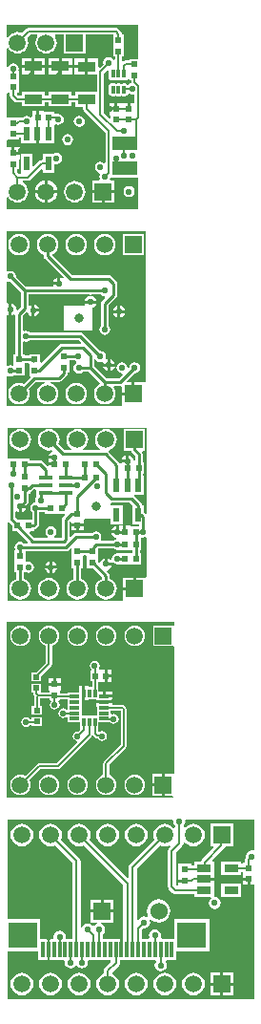
<source format=gbr>
%TF.GenerationSoftware,Altium Limited,Altium Designer,22.6.1 (34)*%
G04 Layer_Physical_Order=1*
G04 Layer_Color=255*
%FSLAX45Y45*%
%MOMM*%
%TF.SameCoordinates,41C29604-6FBD-4392-AD62-CF0DA8D1722B*%
%TF.FilePolarity,Positive*%
%TF.FileFunction,Copper,L1,Top,Signal*%
%TF.Part,CustomerPanel*%
G01*
G75*
%TA.AperFunction,SMDPad,CuDef*%
%ADD10R,0.62000X1.22000*%
%ADD11R,0.50000X0.60000*%
%ADD12R,0.60000X0.50000*%
%ADD13R,1.30000X0.40000*%
%TA.AperFunction,Conductor*%
%ADD14C,0.25400*%
%ADD15C,0.15240*%
%TA.AperFunction,SMDPad,CuDef*%
%ADD16R,1.60000X0.90000*%
%ADD17R,2.22000X1.24000*%
G04:AMPARAMS|DCode=18|XSize=0.71mm|YSize=0.35mm|CornerRadius=0.0875mm|HoleSize=0mm|Usage=FLASHONLY|Rotation=90.000|XOffset=0mm|YOffset=0mm|HoleType=Round|Shape=RoundedRectangle|*
%AMROUNDEDRECTD18*
21,1,0.71000,0.17500,0,0,90.0*
21,1,0.53501,0.35000,0,0,90.0*
1,1,0.17500,0.08750,0.26750*
1,1,0.17500,0.08750,-0.26750*
1,1,0.17500,-0.08750,-0.26750*
1,1,0.17500,-0.08750,0.26750*
%
%ADD18ROUNDEDRECTD18*%
%TA.AperFunction,Conductor*%
%ADD19C,0.20320*%
%TA.AperFunction,SMDPad,CuDef*%
%ADD20R,0.92500X0.30000*%
%ADD21R,0.30000X0.80000*%
%ADD22R,1.25000X0.70000*%
%ADD23R,2.64160X2.31140*%
%ADD24R,0.30480X1.39700*%
%TA.AperFunction,ComponentPad*%
%ADD25R,1.50000X1.50000*%
%ADD26C,1.50000*%
%ADD27C,0.80000*%
%TA.AperFunction,ViaPad*%
%ADD28C,0.55880*%
%ADD29C,0.63500*%
%TA.AperFunction,ComponentPad*%
%ADD30C,1.52400*%
%ADD31R,1.52400X1.52400*%
G36*
X808972Y8413020D02*
Y8322381D01*
X808971D01*
Y8313019D01*
X808972D01*
Y8222380D01*
X828214D01*
Y8193340D01*
X815514Y8189488D01*
X807893Y8200893D01*
X791930Y8211560D01*
X773100Y8215305D01*
X754270Y8211560D01*
X738307Y8200893D01*
X727640Y8184930D01*
X723895Y8166100D01*
X725836Y8156338D01*
X692246Y8122748D01*
X680513Y8127608D01*
Y8202379D01*
X587813D01*
Y8131979D01*
Y8061579D01*
X667423D01*
Y7907299D01*
X474793D01*
Y7874865D01*
X441797D01*
Y7909108D01*
X241158D01*
Y7874377D01*
X201920D01*
Y7908620D01*
X1280D01*
Y7874377D01*
X-32628D01*
X-45123Y7886872D01*
Y7901632D01*
X-25880D01*
Y7988932D01*
X-25880Y7992272D01*
Y8001632D01*
X-25880Y8004972D01*
Y8092272D01*
X-25880D01*
X-29688Y8096912D01*
X-26995Y8110452D01*
X-30740Y8129282D01*
X-41407Y8145246D01*
X-57370Y8155912D01*
X-76200Y8159658D01*
X-95030Y8155912D01*
X-110993Y8145246D01*
X-121660Y8129282D01*
X-134186Y8131408D01*
Y8293602D01*
X-121486Y8296129D01*
X-121362Y8295829D01*
X-106083Y8275917D01*
X-86171Y8260638D01*
X-62983Y8251034D01*
X-38100Y8247758D01*
X-13217Y8251034D01*
X9971Y8260638D01*
X29883Y8275917D01*
X45162Y8295829D01*
X54766Y8319017D01*
X58042Y8343900D01*
X54766Y8368783D01*
X47727Y8385777D01*
X75173Y8413223D01*
X132937D01*
X139200Y8400523D01*
X132638Y8391971D01*
X123034Y8368783D01*
X119758Y8343900D01*
X123034Y8319017D01*
X132638Y8295829D01*
X147917Y8275917D01*
X167829Y8260638D01*
X191017Y8251034D01*
X215900Y8247758D01*
X240783Y8251034D01*
X263971Y8260638D01*
X283883Y8275917D01*
X299162Y8295829D01*
X308766Y8319017D01*
X312042Y8343900D01*
X308766Y8368783D01*
X299162Y8391971D01*
X292600Y8400523D01*
X298863Y8413223D01*
X374580D01*
Y8248580D01*
X565220D01*
Y8413223D01*
X796356D01*
X808972Y8413020D01*
D02*
G37*
G36*
X1035886Y8197920D02*
X952980D01*
Y8183677D01*
X921195D01*
X909302Y8181312D01*
X903069Y8177147D01*
X890369Y8182448D01*
Y8222380D01*
X909612D01*
Y8313019D01*
X909612D01*
Y8322381D01*
X909612D01*
Y8413020D01*
X890369D01*
Y8420100D01*
X888003Y8431993D01*
X881266Y8442075D01*
X857066Y8466275D01*
X846984Y8473012D01*
X835092Y8475377D01*
X62300D01*
X50407Y8473012D01*
X40325Y8466275D01*
X3777Y8429727D01*
X-13217Y8436766D01*
X-38100Y8440042D01*
X-62983Y8436766D01*
X-86171Y8427162D01*
X-106083Y8411883D01*
X-121362Y8391971D01*
X-121486Y8391671D01*
X-134186Y8394198D01*
Y8503486D01*
X1035886D01*
Y8197920D01*
D02*
G37*
G36*
X771199Y8095841D02*
X770902Y8094351D01*
Y8040850D01*
X773158Y8029508D01*
X779584Y8019892D01*
X789199Y8013467D01*
X800542Y8011211D01*
X818042D01*
X829384Y8013467D01*
X834292Y8016746D01*
X839199Y8013467D01*
X850542Y8011211D01*
X868042D01*
X879384Y8013467D01*
X884292Y8016746D01*
X889199Y8013467D01*
X900542Y8011211D01*
X918042D01*
X929384Y8013467D01*
X939000Y8019892D01*
X940280Y8021808D01*
X952980Y8017956D01*
Y8007280D01*
X972223D01*
Y7989833D01*
X973350Y7984168D01*
X959230Y7981360D01*
X943267Y7970693D01*
X932598Y7977586D01*
X929384Y7979734D01*
X918042Y7981990D01*
X900542D01*
X889199Y7979734D01*
X884292Y7976454D01*
X879384Y7979734D01*
X868042Y7981990D01*
X850542D01*
X839199Y7979734D01*
X835040Y7976954D01*
X829384Y7980734D01*
X818042Y7982990D01*
X800542D01*
X789199Y7980734D01*
X779584Y7974308D01*
X773158Y7964693D01*
X770902Y7953350D01*
Y7899850D01*
X773158Y7888507D01*
X779584Y7878892D01*
X789199Y7872467D01*
X800542Y7870211D01*
X818042D01*
X829384Y7872467D01*
X833543Y7875246D01*
X839199Y7871467D01*
X850542Y7869211D01*
X868042D01*
X879384Y7871467D01*
X884292Y7874746D01*
X889199Y7871467D01*
X900542Y7869211D01*
X918042D01*
X929384Y7871467D01*
X939000Y7877892D01*
X945425Y7887507D01*
X956656Y7892160D01*
X959230Y7890440D01*
X978060Y7886695D01*
X987623Y7888597D01*
X1000323Y7878622D01*
Y7809300D01*
X965201D01*
Y7758899D01*
X939801D01*
Y7809300D01*
X906300D01*
X897100Y7809300D01*
X884400Y7809300D01*
X850901D01*
Y7758899D01*
X838201D01*
Y7746199D01*
X782800D01*
Y7708500D01*
X787880Y7697904D01*
Y7678842D01*
X776147Y7673982D01*
X729577Y7720551D01*
Y8072180D01*
X759494Y8102097D01*
X771199Y8095841D01*
D02*
G37*
G36*
X-107277Y7874000D02*
X-104912Y7862107D01*
X-98175Y7852025D01*
X-67475Y7821325D01*
X-57393Y7814588D01*
X-45500Y7812223D01*
X1280D01*
Y7777980D01*
X201920D01*
Y7812223D01*
X241158D01*
Y7778468D01*
X441797D01*
Y7812711D01*
X474793D01*
Y7776659D01*
X544036D01*
Y7759030D01*
X546401Y7747137D01*
X553138Y7737055D01*
X742023Y7548170D01*
Y7281848D01*
X729323Y7276446D01*
X717330Y7284460D01*
X698500Y7288205D01*
X679670Y7284460D01*
X663707Y7273793D01*
X653040Y7257830D01*
X649295Y7239000D01*
X653040Y7220170D01*
X663707Y7204207D01*
X679670Y7193540D01*
X689411Y7191603D01*
X695256Y7177491D01*
X691140Y7171331D01*
X687395Y7152501D01*
X690637Y7136200D01*
X683825Y7123500D01*
X623500D01*
Y7035800D01*
X723900D01*
X824300D01*
Y7123500D01*
X789375D01*
X782563Y7136200D01*
X785165Y7149280D01*
X1035886D01*
Y6863514D01*
X-134186D01*
Y6972802D01*
X-121486Y6975329D01*
X-121362Y6975029D01*
X-106083Y6955117D01*
X-86171Y6939838D01*
X-62983Y6930234D01*
X-38100Y6926958D01*
X-13217Y6930234D01*
X9971Y6939838D01*
X29883Y6955117D01*
X45162Y6975029D01*
X54766Y6998217D01*
X58042Y7023100D01*
X54766Y7047983D01*
X45162Y7071171D01*
X29883Y7091083D01*
X9971Y7106362D01*
X12591Y7119023D01*
X54800D01*
X66693Y7121388D01*
X76775Y7128125D01*
X171647Y7222997D01*
X183380Y7218137D01*
Y7191780D01*
X286020D01*
Y7261232D01*
X298720Y7270926D01*
X308880Y7268905D01*
X327710Y7272650D01*
X343673Y7283317D01*
X354340Y7299280D01*
X358085Y7318110D01*
X354340Y7336940D01*
X343673Y7352904D01*
X327710Y7363570D01*
X308880Y7367316D01*
X290050Y7363570D01*
X276355Y7354420D01*
X183380D01*
Y7304177D01*
X177800D01*
X165907Y7301812D01*
X155825Y7295075D01*
X107753Y7247003D01*
X96020Y7251863D01*
Y7354420D01*
X-6620D01*
Y7191780D01*
X-11682Y7181177D01*
X-25228D01*
X-45123Y7201072D01*
Y7219880D01*
X-25880D01*
Y7304204D01*
X-20800Y7314800D01*
X-20800Y7321116D01*
Y7352499D01*
X-76199D01*
Y7365199D01*
X-88899D01*
Y7415600D01*
X-131600Y7415600D01*
X-134186Y7427229D01*
Y7477055D01*
X-126520Y7486580D01*
X-121486Y7486580D01*
X-25880D01*
Y7504023D01*
X-6620D01*
Y7453780D01*
X83299D01*
Y7448700D01*
X127001D01*
Y7535098D01*
X152401D01*
Y7448700D01*
X196099D01*
Y7453780D01*
X286020D01*
Y7614733D01*
X295798Y7623474D01*
X304230Y7617840D01*
X323060Y7614095D01*
X341890Y7617840D01*
X357853Y7628506D01*
X368520Y7644470D01*
X372265Y7663300D01*
X368520Y7682130D01*
X357853Y7698093D01*
X341890Y7708760D01*
X323060Y7712505D01*
X313705Y7710644D01*
X301977Y7712977D01*
X285820D01*
Y7732220D01*
X201496D01*
X190900Y7737300D01*
X190900Y7737301D01*
X190899Y7737300D01*
X153200D01*
Y7681900D01*
X127800D01*
Y7737300D01*
X90100D01*
Y7685339D01*
X77400Y7681492D01*
X63530Y7690760D01*
X44700Y7694505D01*
X25870Y7690760D01*
X9907Y7680093D01*
X7424Y7676377D01*
X-24700D01*
X-24823Y7676353D01*
X-25880Y7677220D01*
Y7677220D01*
X-121486D01*
X-126520Y7677220D01*
X-134186Y7686745D01*
Y7892107D01*
X-126520Y7901632D01*
X-107277D01*
Y7874000D01*
D02*
G37*
G36*
X-120430Y6225145D02*
X-101600Y6221399D01*
X-100271Y6221664D01*
X-9862Y6131254D01*
Y5999566D01*
X-37278Y5972149D01*
X-48983Y5978406D01*
X-48560Y5980530D01*
X-52700Y6001342D01*
X-64489Y6018985D01*
X-82133Y6030775D01*
X-90245Y6032388D01*
Y5980530D01*
Y5928671D01*
X-82133Y5930284D01*
X-71312Y5937515D01*
X-59067Y5930422D01*
Y5581720D01*
X-75720D01*
Y5491080D01*
X-75720D01*
Y5481720D01*
X-88420Y5481013D01*
X-101600Y5483635D01*
X-120430Y5479889D01*
X-122985Y5478182D01*
X-134186Y5484169D01*
Y5923141D01*
X-121486Y5929832D01*
X-115645Y5928671D01*
Y5980530D01*
Y6032388D01*
X-121486Y6031227D01*
X-134186Y6037918D01*
Y6220865D01*
X-122985Y6226852D01*
X-120430Y6225145D01*
D02*
G37*
G36*
X1099386Y5342026D02*
X1091000Y5332800D01*
X1003300D01*
Y5232400D01*
X990600D01*
Y5219700D01*
X890200D01*
Y5132000D01*
X880974Y5123614D01*
X-134186D01*
Y5384690D01*
X-122985Y5390677D01*
X-120430Y5388970D01*
X-101600Y5385224D01*
X-82770Y5388970D01*
X-75719Y5391080D01*
X-75720Y5391080D01*
X-75719Y5391080D01*
X24920D01*
Y5481720D01*
X24920D01*
Y5490034D01*
X27448Y5502733D01*
X61451D01*
X63980Y5491080D01*
Y5481720D01*
X63980D01*
Y5391080D01*
X69074D01*
X73935Y5379347D01*
X13888Y5319300D01*
X-517Y5325266D01*
X-25400Y5328542D01*
X-50283Y5325266D01*
X-73471Y5315662D01*
X-93383Y5300383D01*
X-108662Y5280471D01*
X-118266Y5257283D01*
X-121542Y5232400D01*
X-118266Y5207517D01*
X-108662Y5184329D01*
X-93383Y5164417D01*
X-73471Y5149138D01*
X-50283Y5139534D01*
X-25400Y5136258D01*
X-517Y5139534D01*
X22671Y5149138D01*
X42583Y5164417D01*
X57862Y5184329D01*
X67466Y5207517D01*
X70742Y5232400D01*
X67466Y5257283D01*
X61500Y5271688D01*
X128245Y5338433D01*
X206430D01*
X207262Y5325733D01*
X203717Y5325266D01*
X180529Y5315662D01*
X160617Y5300383D01*
X145338Y5280471D01*
X135734Y5257283D01*
X132458Y5232400D01*
X135734Y5207517D01*
X145338Y5184329D01*
X160617Y5164417D01*
X180529Y5149138D01*
X203717Y5139534D01*
X228600Y5136258D01*
X253483Y5139534D01*
X276671Y5149138D01*
X296583Y5164417D01*
X311862Y5184329D01*
X321466Y5207517D01*
X324742Y5232400D01*
X321466Y5257283D01*
X311862Y5280471D01*
X296583Y5300383D01*
X276671Y5315662D01*
X253483Y5325266D01*
X249938Y5325733D01*
X250770Y5338433D01*
X330200D01*
X343084Y5340996D01*
X354006Y5348294D01*
X395485Y5389773D01*
X402783Y5400695D01*
X405346Y5413579D01*
Y5416480D01*
X423302D01*
Y5507120D01*
X423302D01*
Y5515434D01*
X425830Y5528133D01*
X467596D01*
X467815Y5527807D01*
X482913Y5517718D01*
X483780Y5514576D01*
X483787Y5504189D01*
X470236Y5495135D01*
X459569Y5479172D01*
X455824Y5460342D01*
X459569Y5441512D01*
X470236Y5425548D01*
X486199Y5414882D01*
X505029Y5411136D01*
X523859Y5414882D01*
X539823Y5425548D01*
X540575Y5426675D01*
X595143D01*
X691787Y5330030D01*
X690423Y5317237D01*
X688340Y5315517D01*
X668617Y5300383D01*
X653338Y5280471D01*
X643734Y5257283D01*
X640458Y5232400D01*
X643734Y5207517D01*
X653338Y5184329D01*
X668617Y5164417D01*
X688529Y5149138D01*
X711717Y5139534D01*
X736600Y5136258D01*
X761483Y5139534D01*
X784671Y5149138D01*
X804583Y5164417D01*
X819862Y5184329D01*
X829466Y5207517D01*
X832742Y5232400D01*
X829466Y5257283D01*
X819862Y5280471D01*
X814259Y5287772D01*
X819876Y5299163D01*
X874329D01*
X877500Y5299793D01*
X890200Y5289609D01*
Y5245100D01*
X977900D01*
Y5332800D01*
X938506D01*
X933645Y5344533D01*
X1001971Y5412859D01*
X1003300Y5412595D01*
X1022130Y5416340D01*
X1038093Y5427007D01*
X1048760Y5442970D01*
X1052505Y5461800D01*
X1048760Y5480630D01*
X1038093Y5496594D01*
X1022130Y5507260D01*
X1003300Y5511005D01*
X984470Y5507260D01*
X968507Y5496594D01*
X957840Y5480630D01*
X955271Y5467712D01*
X950566Y5464759D01*
X936444Y5470653D01*
X934460Y5480630D01*
X923793Y5496594D01*
X907830Y5507260D01*
X889000Y5511005D01*
X870170Y5507260D01*
X854207Y5496594D01*
X843540Y5480630D01*
X839795Y5461800D01*
X843540Y5442970D01*
X854207Y5427007D01*
X870170Y5416340D01*
X888601Y5412674D01*
X889807Y5410908D01*
X894659Y5400772D01*
X860384Y5366497D01*
X750545D01*
X642755Y5474287D01*
Y5535504D01*
X655455Y5539356D01*
X663707Y5527007D01*
X679670Y5516340D01*
X698500Y5512595D01*
X714965Y5515870D01*
X721436Y5509967D01*
X724161Y5505736D01*
X722841Y5499100D01*
X762000D01*
Y5538259D01*
X754697Y5536806D01*
X751994Y5538358D01*
X744491Y5545641D01*
X747705Y5561800D01*
X743960Y5580630D01*
X733293Y5596594D01*
X717330Y5607260D01*
X698500Y5611006D01*
X697171Y5610741D01*
X543706Y5764206D01*
X532784Y5771504D01*
X519900Y5774067D01*
X73646D01*
X72893Y5775193D01*
X56930Y5785860D01*
X38100Y5789605D01*
X20967Y5786197D01*
X14092Y5788628D01*
X8267Y5791741D01*
Y5922470D01*
X37305Y5951508D01*
X41482Y5951390D01*
X52158Y5948400D01*
X62116Y5933498D01*
X79759Y5921709D01*
X87872Y5920095D01*
Y5971954D01*
Y6023813D01*
X79759Y6022199D01*
X70172Y6015793D01*
X57472Y6022581D01*
Y6111533D01*
X604567D01*
X605818Y6098833D01*
X601388Y6097951D01*
X588788Y6095445D01*
X571144Y6083656D01*
X559355Y6066012D01*
X557741Y6057900D01*
X661459D01*
X659845Y6066012D01*
X648056Y6083656D01*
X630412Y6095445D01*
X617813Y6097951D01*
X613382Y6098833D01*
X614633Y6111533D01*
X701054D01*
X701807Y6110406D01*
X717770Y6099740D01*
X734866Y6096339D01*
X738211Y6090617D01*
X740262Y6083774D01*
X712692Y6056205D01*
X705394Y6045282D01*
X702831Y6032398D01*
Y5837846D01*
X701705Y5837093D01*
X691038Y5821130D01*
X687293Y5802300D01*
X691038Y5783470D01*
X701705Y5767507D01*
X717668Y5756840D01*
X736498Y5753095D01*
X755328Y5756840D01*
X771292Y5767507D01*
X781958Y5783470D01*
X785704Y5802300D01*
X781958Y5821130D01*
X771292Y5837093D01*
X770165Y5837846D01*
Y6018453D01*
X836606Y6084894D01*
X843904Y6095816D01*
X846467Y6108700D01*
Y6210300D01*
X843904Y6223184D01*
X836606Y6234106D01*
X798506Y6272206D01*
X787584Y6279504D01*
X774700Y6282067D01*
X445745D01*
X271462Y6456351D01*
X273939Y6468807D01*
X276671Y6469938D01*
X296583Y6485217D01*
X311862Y6505129D01*
X321466Y6528317D01*
X324742Y6553200D01*
X321466Y6578083D01*
X311862Y6601271D01*
X296583Y6621183D01*
X276671Y6636462D01*
X253483Y6646066D01*
X228600Y6649342D01*
X203717Y6646066D01*
X180529Y6636462D01*
X160617Y6621183D01*
X145338Y6601271D01*
X135734Y6578083D01*
X132458Y6553200D01*
X135734Y6528317D01*
X145338Y6505129D01*
X160617Y6485217D01*
X180529Y6469938D01*
X194933Y6463972D01*
Y6451600D01*
X197496Y6438716D01*
X204794Y6427794D01*
X368359Y6264228D01*
X360264Y6254363D01*
X351012Y6260545D01*
X342900Y6262159D01*
Y6210300D01*
X330200D01*
Y6197600D01*
X278341D01*
X279541Y6191567D01*
X273207Y6178867D01*
X37750D01*
X-52659Y6269276D01*
X-52395Y6270605D01*
X-56140Y6289435D01*
X-66807Y6305398D01*
X-82770Y6316065D01*
X-101600Y6319810D01*
X-120430Y6316065D01*
X-122985Y6314357D01*
X-134186Y6320344D01*
Y6674686D01*
X1099386D01*
Y5342026D01*
D02*
G37*
G36*
X528488Y5684200D02*
X523627Y5672467D01*
X354800D01*
X341916Y5669904D01*
X330994Y5662606D01*
X176353Y5507966D01*
X164620Y5512826D01*
Y5581720D01*
X63980D01*
Y5570067D01*
X24920D01*
Y5581720D01*
X8267D01*
Y5689059D01*
X14092Y5692172D01*
X20967Y5694603D01*
X38100Y5691195D01*
X56930Y5694940D01*
X72893Y5705607D01*
X73646Y5706733D01*
X505955D01*
X528488Y5684200D01*
D02*
G37*
G36*
X121238Y4374040D02*
X126318D01*
Y4314614D01*
X119998Y4305155D01*
X116253Y4286325D01*
X117533Y4279889D01*
X107580Y4264961D01*
X103865Y4264222D01*
X87902Y4253555D01*
X77235Y4237592D01*
X73490Y4218762D01*
X77235Y4199932D01*
X87902Y4183969D01*
X89028Y4183216D01*
Y4111659D01*
X15519D01*
X15518Y4111659D01*
X6158D01*
Y4111659D01*
X2818Y4111659D01*
X-36869D01*
X-62975Y4137764D01*
Y4185546D01*
X-50275Y4190593D01*
X-36174Y4181171D01*
X-28062Y4179558D01*
Y4231416D01*
X-15362D01*
Y4244116D01*
X44950D01*
X46544Y4245710D01*
X53842Y4256633D01*
X56405Y4269516D01*
Y4341936D01*
X78138D01*
Y4361854D01*
X88131Y4368530D01*
X105374Y4385773D01*
X121238D01*
Y4374040D01*
D02*
G37*
G36*
X1109424Y4175548D02*
X1096724Y4170288D01*
X1085765Y4181246D01*
X1083458Y4182788D01*
Y4238760D01*
X1065805D01*
Y4243339D01*
X1063242Y4256223D01*
X1055944Y4267145D01*
X1000051Y4323039D01*
X997793Y4326505D01*
X998161Y4329733D01*
X1002031Y4338120D01*
X1083458D01*
Y4500760D01*
X1071605D01*
Y4519019D01*
X1083258D01*
Y4619659D01*
X1071605D01*
Y4697139D01*
X1069043Y4710022D01*
X1065504Y4715319D01*
X1072277Y4728019D01*
X1095958D01*
Y4918659D01*
X905318D01*
Y4728019D01*
X968248D01*
X969534Y4721555D01*
X976832Y4710633D01*
X1004271Y4683193D01*
Y4637870D01*
X991571Y4636619D01*
X988183Y4653651D01*
X976394Y4671295D01*
X958750Y4683084D01*
X950638Y4684698D01*
Y4632839D01*
X937938D01*
Y4620139D01*
X885893D01*
X884781Y4618374D01*
X883730Y4618023D01*
X870207Y4619065D01*
X865944Y4625445D01*
X773388Y4718001D01*
X772979Y4720733D01*
X774282Y4728627D01*
X776166Y4732396D01*
X794709Y4740077D01*
X814621Y4755356D01*
X829900Y4775268D01*
X839504Y4798455D01*
X842780Y4823339D01*
X839504Y4848222D01*
X829900Y4871410D01*
X814621Y4891322D01*
X794709Y4906601D01*
X771521Y4916205D01*
X746638Y4919481D01*
X721755Y4916205D01*
X698567Y4906601D01*
X678655Y4891322D01*
X663376Y4871410D01*
X653772Y4848222D01*
X650496Y4823339D01*
X653772Y4798455D01*
X663376Y4775268D01*
X678655Y4755356D01*
X694099Y4743506D01*
X689788Y4730806D01*
X549488D01*
X545177Y4743506D01*
X560621Y4755356D01*
X575900Y4775268D01*
X585504Y4798455D01*
X588780Y4823339D01*
X585504Y4848222D01*
X575900Y4871410D01*
X560621Y4891322D01*
X540709Y4906601D01*
X517521Y4916205D01*
X492638Y4919481D01*
X467755Y4916205D01*
X444567Y4906601D01*
X424655Y4891322D01*
X409376Y4871410D01*
X399772Y4848222D01*
X396496Y4823339D01*
X399772Y4798455D01*
X409376Y4775268D01*
X424655Y4755356D01*
X440099Y4743506D01*
X435788Y4730806D01*
X378784D01*
X325538Y4784051D01*
X331504Y4798455D01*
X334780Y4823339D01*
X331504Y4848222D01*
X321900Y4871410D01*
X306621Y4891322D01*
X286709Y4906601D01*
X263521Y4916205D01*
X238638Y4919481D01*
X213755Y4916205D01*
X190567Y4906601D01*
X170655Y4891322D01*
X155376Y4871410D01*
X145772Y4848222D01*
X142496Y4823339D01*
X145772Y4798455D01*
X155376Y4775268D01*
X170655Y4755356D01*
X190567Y4740077D01*
X213755Y4730473D01*
X238638Y4727197D01*
X263521Y4730473D01*
X267746Y4719237D01*
X250103Y4707448D01*
X238313Y4689804D01*
X236700Y4681692D01*
X288558D01*
Y4656292D01*
X236700D01*
X238313Y4648180D01*
X239841Y4645894D01*
Y4620139D01*
X290241D01*
Y4594739D01*
X237740D01*
X227141Y4590348D01*
X186244Y4631245D01*
X175322Y4638543D01*
X162438Y4641106D01*
X67260D01*
Y4657759D01*
X-23379D01*
Y4657759D01*
X-32740D01*
Y4657759D01*
X-123379D01*
X-124148Y4670141D01*
Y4932125D01*
X1109424D01*
Y4175548D01*
D02*
G37*
G36*
X977297Y4250568D02*
X980817Y4238760D01*
X980818D01*
X980818Y4238760D01*
Y4076120D01*
X1043171D01*
Y4057684D01*
X973534D01*
X962938Y4062765D01*
X956622Y4062764D01*
X925238D01*
Y4007364D01*
X899838D01*
Y4062764D01*
X862138D01*
Y4062765D01*
X860938Y4061780D01*
Y4007364D01*
X848238D01*
Y3994664D01*
X796379D01*
X797993Y3986552D01*
X809782Y3968908D01*
X827426Y3957119D01*
X834630Y3955686D01*
Y3942737D01*
X829408Y3941699D01*
X813445Y3931032D01*
X812692Y3929906D01*
X707759D01*
X701772Y3941106D01*
X703096Y3943088D01*
X706842Y3961918D01*
X703096Y3980748D01*
X692430Y3996711D01*
X676467Y4007378D01*
X657636Y4011123D01*
X638806Y4007378D01*
X622843Y3996711D01*
X622090Y3995585D01*
X482117D01*
X469234Y3993022D01*
X458311Y3985724D01*
X432703Y3960116D01*
X420969Y3964976D01*
Y4092673D01*
X424538Y4095241D01*
X437238Y4088734D01*
Y4081187D01*
X492639D01*
X548038D01*
Y4114935D01*
X557114Y4127636D01*
X790818Y4127634D01*
Y4076120D01*
X893458D01*
Y4238760D01*
X790819D01*
X790818Y4238761D01*
X790645Y4259085D01*
X803261Y4268972D01*
X958893D01*
X977297Y4250568D01*
D02*
G37*
G36*
X206816Y4168619D02*
X297455D01*
Y4168619D01*
X306816D01*
Y4168619D01*
X377765D01*
X382625Y4156886D01*
X363496Y4137757D01*
X356198Y4126835D01*
X353636Y4113951D01*
Y3955306D01*
X289778D01*
X285926Y3968006D01*
X292758Y3972571D01*
X303424Y3988534D01*
X307170Y4007364D01*
X303424Y4026194D01*
X292758Y4042158D01*
X276794Y4052824D01*
X257964Y4056570D01*
X239134Y4052824D01*
X223171Y4042158D01*
X212504Y4026194D01*
X208759Y4007364D01*
X212504Y3988534D01*
X223171Y3972571D01*
X230003Y3968006D01*
X226150Y3955306D01*
X111180D01*
X67200Y3999286D01*
X72060Y4011019D01*
X106158D01*
Y4031158D01*
X107816D01*
X120700Y4033721D01*
X131622Y4041019D01*
X146501Y4055898D01*
X153799Y4066820D01*
X156362Y4079704D01*
Y4183216D01*
X157489Y4183969D01*
X158360Y4185272D01*
X206816D01*
Y4168619D01*
D02*
G37*
G36*
X-84482Y4064046D02*
Y4011019D01*
X-39758D01*
X54920Y3916341D01*
X50060Y3904607D01*
X20184D01*
X19432Y3905734D01*
X3468Y3916400D01*
X-15362Y3920146D01*
X-34192Y3916400D01*
X-50155Y3905734D01*
X-60822Y3889770D01*
X-64567Y3870940D01*
X-60822Y3852110D01*
X-59117Y3849559D01*
X-65104Y3838359D01*
X-65682D01*
Y3751059D01*
X-65682Y3747719D01*
Y3738359D01*
X-65682Y3735018D01*
Y3647719D01*
X-49029D01*
Y3591767D01*
X-63433Y3585801D01*
X-83345Y3570522D01*
X-98624Y3550610D01*
X-108228Y3527422D01*
X-111504Y3502539D01*
X-108228Y3477655D01*
X-98624Y3454468D01*
X-83345Y3434556D01*
X-63433Y3419277D01*
X-40245Y3409673D01*
X-15362Y3406397D01*
X9521Y3409673D01*
X32709Y3419277D01*
X52621Y3434556D01*
X67900Y3454468D01*
X77504Y3477655D01*
X80780Y3502539D01*
X77504Y3527422D01*
X67900Y3550610D01*
X52621Y3570522D01*
X32709Y3585801D01*
X18305Y3591767D01*
Y3647719D01*
X34958D01*
X34958Y3647719D01*
X47365Y3647013D01*
X59338Y3644631D01*
X78168Y3648376D01*
X94131Y3659043D01*
X104798Y3675006D01*
X108543Y3693836D01*
X104798Y3712666D01*
X94131Y3728630D01*
X78168Y3739296D01*
X59338Y3743042D01*
X46755Y3740539D01*
X44472Y3740117D01*
X35438Y3749216D01*
X34958Y3750155D01*
Y3837274D01*
X391140D01*
X404024Y3839836D01*
X414946Y3847134D01*
X430585Y3862773D01*
X442318Y3857913D01*
Y3789959D01*
X442318Y3786619D01*
Y3777259D01*
X442318Y3773919D01*
Y3686619D01*
X458971D01*
Y3591767D01*
X444567Y3585801D01*
X424655Y3570522D01*
X409376Y3550610D01*
X399772Y3527422D01*
X396496Y3502539D01*
X399772Y3477655D01*
X409376Y3454468D01*
X424655Y3434556D01*
X444567Y3419277D01*
X467755Y3409673D01*
X492638Y3406397D01*
X517521Y3409673D01*
X540709Y3419277D01*
X560621Y3434556D01*
X575900Y3454468D01*
X585504Y3477655D01*
X588780Y3502539D01*
X585504Y3527422D01*
X575900Y3550610D01*
X560621Y3570522D01*
X540709Y3585801D01*
X526305Y3591767D01*
Y3686619D01*
X542958D01*
Y3773919D01*
X542958Y3777259D01*
Y3786619D01*
X552215Y3798272D01*
X566688D01*
X575668Y3789292D01*
X575668Y3777259D01*
X575668Y3773919D01*
Y3686619D01*
X628696D01*
X711814Y3603500D01*
X710408Y3590705D01*
X698567Y3585801D01*
X678655Y3570522D01*
X663376Y3550610D01*
X653772Y3527422D01*
X650496Y3502539D01*
X653772Y3477655D01*
X663376Y3454468D01*
X678655Y3434556D01*
X698567Y3419277D01*
X721755Y3409673D01*
X746638Y3406397D01*
X771521Y3409673D01*
X794709Y3419277D01*
X814621Y3434556D01*
X829900Y3454468D01*
X839504Y3477655D01*
X842780Y3502539D01*
X839504Y3527422D01*
X829900Y3550610D01*
X814621Y3570522D01*
X794709Y3585801D01*
X780305Y3591767D01*
Y3616289D01*
X777742Y3629173D01*
X770444Y3640095D01*
X753729Y3656810D01*
X757909Y3670591D01*
X767450Y3672488D01*
X785094Y3684278D01*
X796883Y3701921D01*
X798497Y3710034D01*
X746638D01*
Y3722734D01*
X733938D01*
Y3774593D01*
X725826Y3772979D01*
X708182Y3761190D01*
X696393Y3743546D01*
X696064Y3741890D01*
X682104Y3736811D01*
X676308Y3741387D01*
Y3773919D01*
X676308Y3777259D01*
Y3786619D01*
X676308Y3789959D01*
Y3862572D01*
X812692D01*
X813445Y3861445D01*
X829408Y3850779D01*
X848238Y3847033D01*
X854518Y3848283D01*
X867218Y3845919D01*
Y3845919D01*
X867219Y3845919D01*
X957858D01*
Y3845919D01*
X966172D01*
X978871Y3843390D01*
Y3828539D01*
X969891Y3819559D01*
X957858Y3819559D01*
X954518Y3819559D01*
X867218D01*
X867218Y3819559D01*
Y3819559D01*
X854518Y3817195D01*
X848238Y3818444D01*
X829408Y3814699D01*
X813445Y3804032D01*
X802778Y3788069D01*
X799033Y3769239D01*
X800746Y3760624D01*
X788783Y3755668D01*
X785094Y3761190D01*
X767450Y3772979D01*
X759338Y3774593D01*
Y3735434D01*
X803993D01*
X810878Y3738286D01*
X813445Y3734445D01*
X829408Y3723779D01*
X848238Y3720033D01*
X854518Y3721283D01*
X867218Y3718919D01*
Y3718918D01*
X867218Y3718919D01*
X954518D01*
X957858Y3718919D01*
X967218D01*
X970558Y3718919D01*
X1057858D01*
Y3819559D01*
X1046205D01*
Y3845919D01*
X1057858D01*
Y3946559D01*
X1057858D01*
Y3957044D01*
X1070558Y3959408D01*
X1076838Y3958159D01*
X1095668Y3961904D01*
X1098223Y3963612D01*
X1109424Y3957625D01*
Y3612165D01*
X1101038Y3602939D01*
X1096724Y3602939D01*
X1013338D01*
Y3502539D01*
X1000638D01*
Y3489839D01*
X900238D01*
Y3406453D01*
X900238Y3402139D01*
X891012Y3393753D01*
X-124148D01*
Y4085752D01*
X-111448Y4091013D01*
X-84482Y4064046D01*
D02*
G37*
G36*
X1358565Y3180382D02*
X1347540Y3176340D01*
X1345865Y3176340D01*
X1167060D01*
Y2995860D01*
X1345865D01*
X1347540Y2995860D01*
X1358565Y2991818D01*
Y1878041D01*
X1357700Y1865700D01*
X1345865Y1865700D01*
X1270000D01*
Y1765300D01*
Y1664900D01*
X1341292Y1664900D01*
X1346861Y1652200D01*
X1346064Y1651335D01*
X-139365D01*
Y3212765D01*
X1358565Y3212765D01*
Y3180382D01*
D02*
G37*
G36*
X2069353Y1192091D02*
X2056653Y1182308D01*
X2044700Y1184686D01*
X2023888Y1180546D01*
X2006244Y1168757D01*
X1994455Y1151113D01*
X1990315Y1130301D01*
X1991703Y1123323D01*
X1985803Y1114493D01*
X1983043Y1100618D01*
X1983043Y1100617D01*
Y1078301D01*
X1963900D01*
Y1064158D01*
X1947800D01*
Y1083301D01*
X1772000D01*
Y962501D01*
X1947800D01*
Y991644D01*
X1963900D01*
Y940602D01*
X2019301D01*
Y927902D01*
X2032001D01*
Y877501D01*
X2069353D01*
Y-138952D01*
X-126253Y-138953D01*
Y290831D01*
X144780D01*
Y209551D01*
X226065D01*
Y304801D01*
Y400051D01*
X165100D01*
Y572771D01*
X-126253D01*
Y1459754D01*
X1338021Y1459755D01*
X1346078Y1449937D01*
X1344643Y1442721D01*
X1348783Y1421909D01*
X1360572Y1404265D01*
X1362771Y1402796D01*
Y1385686D01*
X1350071Y1381375D01*
X1341606Y1392407D01*
X1320633Y1408500D01*
X1296210Y1418617D01*
X1270000Y1422067D01*
X1243790Y1418617D01*
X1219367Y1408500D01*
X1198394Y1392407D01*
X1182301Y1371434D01*
X1172184Y1347011D01*
X1168734Y1320801D01*
X1172184Y1294591D01*
X1178139Y1280215D01*
X959883Y1061959D01*
X952023Y1050196D01*
X949263Y1036321D01*
X949263Y1036320D01*
Y947406D01*
X937530Y942546D01*
X599861Y1280215D01*
X605816Y1294591D01*
X609266Y1320801D01*
X605816Y1347011D01*
X595699Y1371434D01*
X579606Y1392407D01*
X558633Y1408500D01*
X534210Y1418617D01*
X508000Y1422067D01*
X481790Y1418617D01*
X457367Y1408500D01*
X436394Y1392407D01*
X420301Y1371434D01*
X410184Y1347011D01*
X406734Y1320801D01*
X410184Y1294591D01*
X420301Y1270168D01*
X436394Y1249195D01*
X457367Y1233102D01*
X481790Y1222985D01*
X508000Y1219535D01*
X534210Y1222985D01*
X548586Y1228940D01*
X899948Y877578D01*
Y400051D01*
X894075D01*
Y304801D01*
X876305D01*
Y400051D01*
X719517D01*
Y440979D01*
X724256Y444145D01*
X736045Y461789D01*
X740185Y482601D01*
X736045Y503413D01*
X724256Y521057D01*
X706612Y532846D01*
X703824Y533401D01*
X705074Y546101D01*
X816800D01*
Y635001D01*
X613600D01*
Y546101D01*
X666526D01*
X667776Y533401D01*
X664988Y532846D01*
X647344Y521057D01*
X642637Y514013D01*
X627363D01*
X622656Y521057D01*
X605012Y532846D01*
X584200Y536986D01*
X563388Y532846D01*
X545744Y521057D01*
X533955Y503414D01*
X521397Y505378D01*
Y1089661D01*
X518637Y1103536D01*
X510777Y1115299D01*
X510777Y1115299D01*
X345861Y1280215D01*
X351816Y1294591D01*
X355266Y1320801D01*
X351816Y1347011D01*
X341699Y1371434D01*
X325606Y1392407D01*
X304633Y1408500D01*
X280210Y1418617D01*
X254000Y1422067D01*
X227790Y1418617D01*
X203367Y1408500D01*
X182394Y1392407D01*
X166301Y1371434D01*
X156184Y1347011D01*
X152734Y1320801D01*
X156184Y1294591D01*
X166301Y1270168D01*
X182394Y1249195D01*
X203367Y1233102D01*
X227790Y1222985D01*
X254000Y1219535D01*
X280210Y1222985D01*
X294586Y1228940D01*
X448883Y1074643D01*
Y400051D01*
X395885D01*
X387829Y409868D01*
X389665Y419101D01*
X385525Y439913D01*
X373736Y457557D01*
X356092Y469346D01*
X335280Y473486D01*
X314468Y469346D01*
X296824Y457557D01*
X285035Y439913D01*
X280895Y419101D01*
X282731Y409868D01*
X274675Y400051D01*
X243835D01*
Y304801D01*
Y209551D01*
X373735D01*
X381791Y199734D01*
X379955Y190501D01*
X384095Y169689D01*
X395884Y152045D01*
X413528Y140256D01*
X434340Y136116D01*
X455152Y140256D01*
X472796Y152045D01*
X477520Y159115D01*
X490220D01*
X494944Y152045D01*
X512588Y140256D01*
X533400Y136116D01*
X554212Y140256D01*
X571856Y152045D01*
X583645Y169689D01*
X587785Y190501D01*
X585949Y199734D01*
X594005Y209551D01*
X785475D01*
X790735Y196851D01*
X736363Y142479D01*
X728503Y130716D01*
X725743Y116841D01*
X725743Y116840D01*
Y93655D01*
X711367Y87700D01*
X690394Y71607D01*
X674301Y50634D01*
X664184Y26211D01*
X660734Y1D01*
X664184Y-26209D01*
X674301Y-50632D01*
X690394Y-71605D01*
X711367Y-87698D01*
X735790Y-97815D01*
X762000Y-101265D01*
X788210Y-97815D01*
X812633Y-87698D01*
X833606Y-71605D01*
X849699Y-50632D01*
X859816Y-26209D01*
X863266Y1D01*
X859816Y26211D01*
X849699Y50634D01*
X833606Y71607D01*
X812633Y87700D01*
X803728Y91389D01*
X801822Y105388D01*
X861297Y164863D01*
X861297Y164864D01*
X869157Y176626D01*
X871917Y190501D01*
X871917Y190502D01*
Y209551D01*
X1184715D01*
X1191503Y196851D01*
X1184195Y185913D01*
X1180055Y165101D01*
X1184195Y144289D01*
X1195984Y126645D01*
X1213628Y114856D01*
X1234440Y110716D01*
X1255252Y114856D01*
X1272896Y126645D01*
X1284685Y144289D01*
X1288825Y165101D01*
X1284685Y185913D01*
X1277377Y196851D01*
X1284165Y209551D01*
X1374140D01*
Y290831D01*
X1668780D01*
Y572771D01*
X1353820D01*
Y400051D01*
X1242386D01*
X1234741Y412751D01*
X1238025Y429261D01*
X1233885Y450073D01*
X1222096Y467717D01*
X1204452Y479506D01*
X1183640Y483646D01*
X1162828Y479506D01*
X1145184Y467717D01*
X1133395Y450073D01*
X1129255Y429261D01*
X1132539Y412751D01*
X1124894Y400051D01*
X1070037D01*
Y480283D01*
X1081986Y492232D01*
X1084580Y491716D01*
X1105392Y495856D01*
X1123036Y507645D01*
X1134825Y525289D01*
X1138965Y546101D01*
X1135203Y565012D01*
X1139707Y569712D01*
X1145564Y573070D01*
X1163962Y558953D01*
X1188677Y548716D01*
X1215200Y545224D01*
X1241723Y548716D01*
X1266438Y558953D01*
X1287662Y575239D01*
X1303948Y596463D01*
X1314185Y621178D01*
X1317677Y647701D01*
X1314185Y674224D01*
X1303948Y698939D01*
X1287662Y720163D01*
X1266438Y736449D01*
X1241723Y746686D01*
X1215200Y750178D01*
X1188677Y746686D01*
X1163962Y736449D01*
X1142738Y720163D01*
X1126452Y698939D01*
X1116215Y674224D01*
X1112723Y647701D01*
X1116215Y621178D01*
X1121294Y608916D01*
X1114073Y593162D01*
X1111467Y592287D01*
X1105392Y596346D01*
X1084580Y600486D01*
X1063768Y596346D01*
X1046124Y584557D01*
X1034335Y566914D01*
X1021777Y568878D01*
Y1021303D01*
X1229414Y1228940D01*
X1243790Y1222985D01*
X1270000Y1219535D01*
X1296210Y1222985D01*
X1313177Y1230014D01*
X1320371Y1219247D01*
X1307863Y1206739D01*
X1300003Y1194976D01*
X1297243Y1181101D01*
X1297243Y1181100D01*
Y866142D01*
X1297243Y866141D01*
X1300003Y852266D01*
X1307863Y840504D01*
X1341102Y807264D01*
X1352865Y799405D01*
X1366740Y796644D01*
X1366741Y796645D01*
X1532000D01*
Y772501D01*
X1677870D01*
X1681723Y759801D01*
X1676044Y756007D01*
X1664255Y738363D01*
X1660115Y717551D01*
X1664255Y696739D01*
X1676044Y679095D01*
X1693688Y667306D01*
X1714500Y663166D01*
X1735312Y667306D01*
X1752956Y679095D01*
X1764745Y696739D01*
X1768885Y717551D01*
X1764745Y738363D01*
X1752956Y756007D01*
X1735312Y767796D01*
X1719827Y770876D01*
X1714500Y771936D01*
X1707800Y783552D01*
Y867501D01*
Y915203D01*
X1619899D01*
Y940603D01*
X1707800D01*
Y962501D01*
Y1083301D01*
X1697268D01*
X1692408Y1095034D01*
X1798960Y1201586D01*
X1798961Y1201587D01*
X1806820Y1213349D01*
X1808223Y1220401D01*
X1878400D01*
Y1421201D01*
X1677600D01*
Y1220401D01*
X1698632D01*
X1703492Y1208668D01*
X1596940Y1102116D01*
X1589080Y1090353D01*
X1587678Y1083301D01*
X1532000D01*
Y1050658D01*
X1503200D01*
Y1064801D01*
X1392400D01*
Y964001D01*
Y927097D01*
X1447804D01*
Y901697D01*
X1392400D01*
Y874127D01*
X1379700Y871216D01*
X1369757Y881159D01*
Y1166083D01*
X1424665Y1220991D01*
X1424665Y1220991D01*
X1432525Y1232754D01*
X1435285Y1246629D01*
Y1250630D01*
X1447985Y1254941D01*
X1452394Y1249195D01*
X1473367Y1233102D01*
X1497790Y1222985D01*
X1524000Y1219535D01*
X1550210Y1222985D01*
X1574633Y1233102D01*
X1595606Y1249195D01*
X1611699Y1270168D01*
X1621816Y1294591D01*
X1625266Y1320801D01*
X1621816Y1347011D01*
X1611699Y1371434D01*
X1595606Y1392407D01*
X1574633Y1408500D01*
X1550210Y1418617D01*
X1524000Y1422067D01*
X1497790Y1418617D01*
X1473367Y1408500D01*
X1452394Y1392407D01*
X1447985Y1386661D01*
X1435285Y1390972D01*
Y1402796D01*
X1437484Y1404265D01*
X1449273Y1421909D01*
X1453413Y1442721D01*
X1451978Y1449937D01*
X1460034Y1459755D01*
X2069353D01*
Y1192091D01*
D02*
G37*
%LPC*%
G36*
X446877Y8204188D02*
X354178D01*
Y8146487D01*
X446877D01*
Y8204188D01*
D02*
G37*
G36*
X328778D02*
X236078D01*
Y8146487D01*
X328778D01*
Y8204188D01*
D02*
G37*
G36*
X207000Y8203700D02*
X114301D01*
Y8145999D01*
X207000D01*
Y8203700D01*
D02*
G37*
G36*
X88901D02*
X-3800D01*
Y8145999D01*
X88901D01*
Y8203700D01*
D02*
G37*
G36*
X562413Y8202379D02*
X469713D01*
Y8144679D01*
X562413D01*
Y8202379D01*
D02*
G37*
G36*
X446877Y8121087D02*
X354178D01*
Y8063388D01*
X446877D01*
Y8121087D01*
D02*
G37*
G36*
X328778D02*
X236078D01*
Y8063388D01*
X328778D01*
Y8121087D01*
D02*
G37*
G36*
X207000Y8120599D02*
X114301D01*
Y8062900D01*
X207000D01*
Y8120599D01*
D02*
G37*
G36*
X88901D02*
X-3800D01*
Y8062900D01*
X88901D01*
Y8120599D01*
D02*
G37*
G36*
X562413Y8119279D02*
X469713D01*
Y8061579D01*
X562413D01*
Y8119279D01*
D02*
G37*
G36*
X825501Y7809300D02*
X782800D01*
Y7771599D01*
X825501D01*
Y7809300D01*
D02*
G37*
G36*
X510540Y7694505D02*
X491710Y7690760D01*
X475747Y7680093D01*
X465080Y7664130D01*
X461335Y7645300D01*
X465080Y7626470D01*
X475747Y7610506D01*
X491710Y7599840D01*
X510540Y7596095D01*
X529370Y7599840D01*
X545333Y7610506D01*
X556000Y7626470D01*
X559745Y7645300D01*
X556000Y7664130D01*
X545333Y7680093D01*
X529370Y7690760D01*
X510540Y7694505D01*
D02*
G37*
G36*
X405896Y7532877D02*
X387066Y7529132D01*
X371102Y7518466D01*
X360436Y7502502D01*
X356690Y7483672D01*
X360436Y7464842D01*
X371102Y7448879D01*
X387066Y7438212D01*
X405896Y7434467D01*
X424726Y7438212D01*
X440689Y7448879D01*
X451355Y7464842D01*
X455101Y7483672D01*
X451355Y7502502D01*
X440689Y7518466D01*
X424726Y7529132D01*
X405896Y7532877D01*
D02*
G37*
G36*
X-63499Y7415600D02*
Y7377899D01*
X-20800D01*
Y7415600D01*
X-63499D01*
D02*
G37*
G36*
X228600Y7122694D02*
Y7035800D01*
X315494D01*
X313716Y7049310D01*
X303599Y7073733D01*
X287506Y7094706D01*
X266533Y7110799D01*
X242110Y7120916D01*
X228600Y7122694D01*
D02*
G37*
G36*
X203200D02*
X189690Y7120916D01*
X165267Y7110799D01*
X144294Y7094706D01*
X128201Y7073733D01*
X118084Y7049310D01*
X116306Y7035800D01*
X203200D01*
Y7122694D01*
D02*
G37*
G36*
X952500Y7072305D02*
X933670Y7068560D01*
X917707Y7057893D01*
X907040Y7041930D01*
X903295Y7023100D01*
X907040Y7004270D01*
X917707Y6988307D01*
X933670Y6977640D01*
X952500Y6973895D01*
X971330Y6977640D01*
X987293Y6988307D01*
X997960Y7004270D01*
X1001705Y7023100D01*
X997960Y7041930D01*
X987293Y7057893D01*
X971330Y7068560D01*
X952500Y7072305D01*
D02*
G37*
G36*
X469900Y7119242D02*
X445017Y7115966D01*
X421829Y7106362D01*
X401917Y7091083D01*
X386638Y7071171D01*
X377034Y7047983D01*
X373758Y7023100D01*
X377034Y6998217D01*
X386638Y6975029D01*
X401917Y6955117D01*
X421829Y6939838D01*
X445017Y6930234D01*
X469900Y6926958D01*
X494783Y6930234D01*
X517971Y6939838D01*
X537883Y6955117D01*
X553162Y6975029D01*
X562766Y6998217D01*
X566042Y7023100D01*
X562766Y7047983D01*
X553162Y7071171D01*
X537883Y7091083D01*
X517971Y7106362D01*
X494783Y7115966D01*
X469900Y7119242D01*
D02*
G37*
G36*
X315494Y7010400D02*
X228600D01*
Y6923506D01*
X242110Y6925284D01*
X266533Y6935401D01*
X287506Y6951494D01*
X303599Y6972467D01*
X313716Y6996890D01*
X315494Y7010400D01*
D02*
G37*
G36*
X203200D02*
X116306D01*
X118084Y6996890D01*
X128201Y6972467D01*
X144294Y6951494D01*
X165267Y6935401D01*
X189690Y6925284D01*
X203200Y6923506D01*
Y7010400D01*
D02*
G37*
G36*
X824300D02*
X736600D01*
Y6922700D01*
X824300D01*
Y7010400D01*
D02*
G37*
G36*
X711200D02*
X623500D01*
Y6922700D01*
X711200D01*
Y7010400D01*
D02*
G37*
G36*
X1085920Y6648520D02*
X895280D01*
Y6457880D01*
X1085920D01*
Y6648520D01*
D02*
G37*
G36*
X736600Y6649342D02*
X711717Y6646066D01*
X688529Y6636462D01*
X668617Y6621183D01*
X653338Y6601271D01*
X643734Y6578083D01*
X640458Y6553200D01*
X643734Y6528317D01*
X653338Y6505129D01*
X668617Y6485217D01*
X688529Y6469938D01*
X711717Y6460334D01*
X736600Y6457058D01*
X761483Y6460334D01*
X784671Y6469938D01*
X804583Y6485217D01*
X819862Y6505129D01*
X829466Y6528317D01*
X832742Y6553200D01*
X829466Y6578083D01*
X819862Y6601271D01*
X804583Y6621183D01*
X784671Y6636462D01*
X761483Y6646066D01*
X736600Y6649342D01*
D02*
G37*
G36*
X482600D02*
X457717Y6646066D01*
X434529Y6636462D01*
X414617Y6621183D01*
X399338Y6601271D01*
X389734Y6578083D01*
X386458Y6553200D01*
X389734Y6528317D01*
X399338Y6505129D01*
X414617Y6485217D01*
X434529Y6469938D01*
X457717Y6460334D01*
X482600Y6457058D01*
X507483Y6460334D01*
X530671Y6469938D01*
X550583Y6485217D01*
X565862Y6505129D01*
X575466Y6528317D01*
X578742Y6553200D01*
X575466Y6578083D01*
X565862Y6601271D01*
X550583Y6621183D01*
X530671Y6636462D01*
X507483Y6646066D01*
X482600Y6649342D01*
D02*
G37*
G36*
X-25400D02*
X-50283Y6646066D01*
X-73471Y6636462D01*
X-93383Y6621183D01*
X-108662Y6601271D01*
X-118266Y6578083D01*
X-121542Y6553200D01*
X-118266Y6528317D01*
X-108662Y6505129D01*
X-93383Y6485217D01*
X-73471Y6469938D01*
X-50283Y6460334D01*
X-25400Y6457058D01*
X-517Y6460334D01*
X22671Y6469938D01*
X42583Y6485217D01*
X57862Y6505129D01*
X67466Y6528317D01*
X70742Y6553200D01*
X67466Y6578083D01*
X57862Y6601271D01*
X42583Y6621183D01*
X22671Y6636462D01*
X-517Y6646066D01*
X-25400Y6649342D01*
D02*
G37*
G36*
X317500Y6262159D02*
X309388Y6260545D01*
X291744Y6248756D01*
X279955Y6231112D01*
X278341Y6223000D01*
X317500D01*
Y6262159D01*
D02*
G37*
G36*
X113272Y6023813D02*
Y5984654D01*
X152430D01*
X150817Y5992766D01*
X139027Y6010410D01*
X121384Y6022199D01*
X113272Y6023813D01*
D02*
G37*
G36*
X876300Y6010484D02*
Y5971325D01*
X915459D01*
X913845Y5979437D01*
X902056Y5997081D01*
X884412Y6008870D01*
X876300Y6010484D01*
D02*
G37*
G36*
X850900D02*
X842788Y6008870D01*
X825144Y5997081D01*
X813355Y5979437D01*
X811741Y5971325D01*
X850900D01*
Y6010484D01*
D02*
G37*
G36*
X152430Y5959254D02*
X113272D01*
Y5920095D01*
X121384Y5921709D01*
X139027Y5933498D01*
X150817Y5951142D01*
X152430Y5959254D01*
D02*
G37*
G36*
X915459Y5945925D02*
X876300D01*
Y5906766D01*
X884412Y5908380D01*
X902056Y5920169D01*
X913845Y5937813D01*
X915459Y5945925D01*
D02*
G37*
G36*
X850900D02*
X811741D01*
X813355Y5937813D01*
X825144Y5920169D01*
X842788Y5908380D01*
X850900Y5906766D01*
Y5945925D01*
D02*
G37*
G36*
X661459Y6032500D02*
X557741D01*
X559009Y6026126D01*
X556168Y6018426D01*
X553495Y6013425D01*
X374623Y6013425D01*
X374623Y5791175D01*
X629597Y5791174D01*
X627864Y5994448D01*
X630412Y5994955D01*
X648056Y6006744D01*
X659845Y6024388D01*
X661459Y6032500D01*
D02*
G37*
G36*
X787400Y5538259D02*
Y5499100D01*
X826559D01*
X824945Y5507212D01*
X813156Y5524856D01*
X795512Y5536645D01*
X787400Y5538259D01*
D02*
G37*
G36*
X826559Y5473700D02*
X787400D01*
Y5434541D01*
X795512Y5436155D01*
X813156Y5447944D01*
X824945Y5465588D01*
X826559Y5473700D01*
D02*
G37*
G36*
X762000D02*
X722841D01*
X724455Y5465588D01*
X736244Y5447944D01*
X753888Y5436155D01*
X762000Y5434541D01*
Y5473700D01*
D02*
G37*
G36*
X482600Y5328542D02*
X457717Y5325266D01*
X434529Y5315662D01*
X414617Y5300383D01*
X399338Y5280471D01*
X389734Y5257283D01*
X386458Y5232400D01*
X389734Y5207517D01*
X399338Y5184329D01*
X414617Y5164417D01*
X434529Y5149138D01*
X457717Y5139534D01*
X482600Y5136258D01*
X507483Y5139534D01*
X530671Y5149138D01*
X550583Y5164417D01*
X565862Y5184329D01*
X575466Y5207517D01*
X578742Y5232400D01*
X575466Y5257283D01*
X565862Y5280471D01*
X550583Y5300383D01*
X530671Y5315662D01*
X507483Y5325266D01*
X482600Y5328542D01*
D02*
G37*
G36*
X36497Y4218716D02*
X-2662D01*
Y4179558D01*
X5450Y4181171D01*
X23094Y4192961D01*
X34883Y4210604D01*
X36497Y4218716D01*
D02*
G37*
G36*
X-15362Y4919481D02*
X-40245Y4916205D01*
X-63433Y4906601D01*
X-83345Y4891322D01*
X-98624Y4871410D01*
X-108228Y4848222D01*
X-111504Y4823339D01*
X-108228Y4798455D01*
X-98624Y4775268D01*
X-83345Y4755356D01*
X-63433Y4740077D01*
X-40245Y4730473D01*
X-15362Y4727197D01*
X9521Y4730473D01*
X32709Y4740077D01*
X52621Y4755356D01*
X67900Y4775268D01*
X77504Y4798455D01*
X80780Y4823339D01*
X77504Y4848222D01*
X67900Y4871410D01*
X52621Y4891322D01*
X32709Y4906601D01*
X9521Y4916205D01*
X-15362Y4919481D01*
D02*
G37*
G36*
X925238Y4684698D02*
X917126Y4683084D01*
X899482Y4671295D01*
X887693Y4653651D01*
X886079Y4645539D01*
X925238D01*
Y4684698D01*
D02*
G37*
G36*
X835538Y4059223D02*
X827426Y4057610D01*
X809782Y4045820D01*
X797993Y4028177D01*
X796379Y4020064D01*
X835538D01*
Y4059223D01*
D02*
G37*
G36*
X548038Y4055787D02*
X505339D01*
Y4018087D01*
X548038D01*
Y4055787D01*
D02*
G37*
G36*
X479939D02*
X437238D01*
Y4018087D01*
X479939D01*
Y4055787D01*
D02*
G37*
G36*
X270664Y3745695D02*
Y3706536D01*
X309823D01*
X308209Y3714649D01*
X296420Y3732292D01*
X278776Y3744082D01*
X270664Y3745695D01*
D02*
G37*
G36*
X245264D02*
X237152Y3744082D01*
X219508Y3732292D01*
X207719Y3714649D01*
X206105Y3706536D01*
X245264D01*
Y3745695D01*
D02*
G37*
G36*
X309823Y3681136D02*
X270664D01*
Y3641977D01*
X278776Y3643591D01*
X296420Y3655381D01*
X308209Y3673024D01*
X309823Y3681136D01*
D02*
G37*
G36*
X245264D02*
X206105D01*
X207719Y3673024D01*
X219508Y3655381D01*
X237152Y3643591D01*
X245264Y3641977D01*
Y3681136D01*
D02*
G37*
G36*
X987938Y3602939D02*
X900238D01*
Y3515239D01*
X987938D01*
Y3602939D01*
D02*
G37*
G36*
X238638Y3598681D02*
X213755Y3595405D01*
X190567Y3585801D01*
X170655Y3570522D01*
X155376Y3550610D01*
X145772Y3527422D01*
X142496Y3502539D01*
X145772Y3477655D01*
X155376Y3454468D01*
X170655Y3434556D01*
X190567Y3419277D01*
X213755Y3409673D01*
X238638Y3406397D01*
X263521Y3409673D01*
X286709Y3419277D01*
X306621Y3434556D01*
X321900Y3454468D01*
X331504Y3477655D01*
X334780Y3502539D01*
X331504Y3527422D01*
X321900Y3550610D01*
X306621Y3570522D01*
X286709Y3585801D01*
X263521Y3595405D01*
X238638Y3598681D01*
D02*
G37*
G36*
X1003300Y3177119D02*
X979743Y3174017D01*
X957791Y3164924D01*
X938940Y3150460D01*
X924476Y3131609D01*
X915383Y3109657D01*
X912281Y3086100D01*
X915383Y3062543D01*
X924476Y3040591D01*
X938940Y3021740D01*
X957791Y3007276D01*
X979743Y2998183D01*
X1003300Y2995081D01*
X1026857Y2998183D01*
X1048809Y3007276D01*
X1067660Y3021740D01*
X1082124Y3040591D01*
X1091217Y3062543D01*
X1094319Y3086100D01*
X1091217Y3109657D01*
X1082124Y3131609D01*
X1067660Y3150460D01*
X1048809Y3164924D01*
X1026857Y3174017D01*
X1003300Y3177119D01*
D02*
G37*
G36*
X749300D02*
X725743Y3174017D01*
X703791Y3164924D01*
X684940Y3150460D01*
X670476Y3131609D01*
X661383Y3109657D01*
X658281Y3086100D01*
X661383Y3062543D01*
X670476Y3040591D01*
X684940Y3021740D01*
X703791Y3007276D01*
X725743Y2998183D01*
X749300Y2995081D01*
X772857Y2998183D01*
X794809Y3007276D01*
X813660Y3021740D01*
X828124Y3040591D01*
X837217Y3062543D01*
X840319Y3086100D01*
X837217Y3109657D01*
X828124Y3131609D01*
X813660Y3150460D01*
X794809Y3164924D01*
X772857Y3174017D01*
X749300Y3177119D01*
D02*
G37*
G36*
X495300D02*
X471743Y3174017D01*
X449791Y3164924D01*
X430940Y3150460D01*
X416476Y3131609D01*
X407383Y3109657D01*
X404281Y3086100D01*
X407383Y3062543D01*
X416476Y3040591D01*
X430940Y3021740D01*
X449791Y3007276D01*
X471743Y2998183D01*
X495300Y2995081D01*
X518857Y2998183D01*
X540809Y3007276D01*
X559660Y3021740D01*
X574124Y3040591D01*
X583217Y3062543D01*
X586319Y3086100D01*
X583217Y3109657D01*
X574124Y3131609D01*
X559660Y3150460D01*
X540809Y3164924D01*
X518857Y3174017D01*
X495300Y3177119D01*
D02*
G37*
G36*
X-12700D02*
X-36257Y3174017D01*
X-58209Y3164924D01*
X-77060Y3150460D01*
X-91524Y3131609D01*
X-100617Y3109657D01*
X-103719Y3086100D01*
X-100617Y3062543D01*
X-91524Y3040591D01*
X-77060Y3021740D01*
X-58209Y3007276D01*
X-36257Y2998183D01*
X-12700Y2995081D01*
X10857Y2998183D01*
X32809Y3007276D01*
X51660Y3021740D01*
X66124Y3040591D01*
X75217Y3062543D01*
X78319Y3086100D01*
X75217Y3109657D01*
X66124Y3131609D01*
X51660Y3150460D01*
X32809Y3164924D01*
X10857Y3174017D01*
X-12700Y3177119D01*
D02*
G37*
G36*
X798900Y2785900D02*
X761200D01*
Y2743200D01*
X798900D01*
Y2785900D01*
D02*
G37*
G36*
X241300Y3177119D02*
X217743Y3174017D01*
X195791Y3164924D01*
X176940Y3150460D01*
X162476Y3131609D01*
X153383Y3109657D01*
X150281Y3086100D01*
X153383Y3062543D01*
X162476Y3040591D01*
X176940Y3021740D01*
X195791Y3007276D01*
X215402Y2999152D01*
Y2846574D01*
X130615Y2761786D01*
X81760D01*
Y2681307D01*
X172239D01*
Y2730162D01*
X259612Y2817535D01*
X265226Y2825936D01*
X267198Y2835847D01*
Y2999152D01*
X286809Y3007276D01*
X305660Y3021740D01*
X320124Y3040591D01*
X329217Y3062543D01*
X332319Y3086100D01*
X329217Y3109657D01*
X320124Y3131609D01*
X305660Y3150460D01*
X286809Y3164924D01*
X264857Y3174017D01*
X241300Y3177119D01*
D02*
G37*
G36*
X798900Y2717800D02*
X761200D01*
Y2675100D01*
X798900D01*
Y2717800D01*
D02*
G37*
G36*
X647700Y2863426D02*
X630852Y2860075D01*
X616569Y2850531D01*
X607025Y2836248D01*
X603674Y2819400D01*
X607025Y2802552D01*
X616569Y2788269D01*
X612461Y2775740D01*
X608260D01*
Y2685260D01*
X624002D01*
Y2633040D01*
X590300D01*
Y2643200D01*
X562600D01*
Y2577800D01*
Y2512400D01*
X590300D01*
Y2522560D01*
X658250D01*
Y2513000D01*
X729897D01*
X801550D01*
Y2537600D01*
X729897D01*
Y2550300D01*
X717197D01*
Y2590700D01*
X680140D01*
Y2633040D01*
X675797D01*
Y2676280D01*
X684778Y2685260D01*
X688740D01*
X698100Y2677197D01*
Y2675100D01*
X735800D01*
Y2730500D01*
Y2785900D01*
X698100D01*
Y2785900D01*
X689215Y2783908D01*
X684373Y2796563D01*
X688375Y2802552D01*
X691726Y2819400D01*
X688375Y2836248D01*
X678831Y2850531D01*
X664548Y2860075D01*
X647700Y2863426D01*
D02*
G37*
G36*
X347061Y2707627D02*
X304360D01*
Y2669926D01*
X347061D01*
Y2707627D01*
D02*
G37*
G36*
X278960D02*
X236261D01*
Y2669926D01*
X278960D01*
Y2707627D01*
D02*
G37*
G36*
X801550Y2590700D02*
X742597D01*
Y2563000D01*
X801550D01*
Y2590700D01*
D02*
G37*
G36*
X172239Y2661786D02*
X81760D01*
Y2581306D01*
X101102D01*
Y2577800D01*
X103073Y2567889D01*
X108687Y2559487D01*
X111493Y2556682D01*
X108073Y2551564D01*
X106102Y2541654D01*
Y2465140D01*
X86760D01*
Y2384660D01*
X177239D01*
Y2465140D01*
X157897D01*
Y2530927D01*
X158300Y2531329D01*
X246421D01*
Y2516987D01*
X252670D01*
X254039Y2515357D01*
X258295Y2504287D01*
X250987Y2493348D01*
X247635Y2476500D01*
X250987Y2459652D01*
X260530Y2445369D01*
X274813Y2435825D01*
X291661Y2432474D01*
X308509Y2435825D01*
X322792Y2445369D01*
X332336Y2459652D01*
X335687Y2476500D01*
X332336Y2493348D01*
X325027Y2504287D01*
X329283Y2515357D01*
X330652Y2516987D01*
X336901D01*
Y2524402D01*
X408410D01*
Y2439543D01*
X407539Y2438756D01*
X395710Y2433917D01*
X385148Y2440975D01*
X368300Y2444326D01*
X351452Y2440975D01*
X337169Y2431431D01*
X327625Y2417148D01*
X324274Y2400300D01*
X327625Y2383452D01*
X337169Y2369169D01*
X351452Y2359625D01*
X368300Y2356274D01*
X385148Y2359625D01*
X395710Y2366683D01*
X407539Y2361844D01*
X408410Y2361057D01*
Y2320060D01*
X519660D01*
Y2267560D01*
X519660D01*
X517379Y2255804D01*
X501473Y2239898D01*
X495300Y2241126D01*
X478452Y2237775D01*
X464169Y2228231D01*
X454625Y2213948D01*
X451274Y2197100D01*
X454625Y2180252D01*
X464169Y2165969D01*
X478452Y2156425D01*
X487661Y2154594D01*
X491842Y2140813D01*
X307326Y1956298D01*
X152400D01*
X142489Y1954326D01*
X134088Y1948712D01*
X30469Y1845094D01*
X10857Y1853217D01*
X-12700Y1856319D01*
X-36257Y1853217D01*
X-58209Y1844124D01*
X-77060Y1829660D01*
X-91524Y1810809D01*
X-100617Y1788857D01*
X-103719Y1765300D01*
X-100617Y1741743D01*
X-91524Y1719791D01*
X-77060Y1700940D01*
X-58209Y1686476D01*
X-36257Y1677383D01*
X-12700Y1674281D01*
X10857Y1677383D01*
X32809Y1686476D01*
X51660Y1700940D01*
X66124Y1719791D01*
X75217Y1741743D01*
X78319Y1765300D01*
X75217Y1788857D01*
X67094Y1808469D01*
X163127Y1904502D01*
X318053D01*
X327964Y1906474D01*
X336366Y1912088D01*
X618212Y2193934D01*
X620688Y2197640D01*
X622330Y2198626D01*
X633770Y2200157D01*
X636136Y2199639D01*
X653948Y2181826D01*
X662350Y2176213D01*
X672261Y2174241D01*
X674542D01*
X680069Y2165969D01*
X694352Y2156425D01*
X711200Y2153074D01*
X728048Y2156425D01*
X742331Y2165969D01*
X751875Y2180252D01*
X755226Y2197100D01*
X751875Y2213948D01*
X742331Y2228231D01*
X728048Y2237775D01*
X711200Y2241126D01*
X694352Y2237775D01*
X688497Y2233863D01*
X675797Y2240651D01*
Y2267560D01*
X680140D01*
Y2320060D01*
X784373D01*
X785676Y2318109D01*
X799959Y2308565D01*
X816807Y2305214D01*
X833655Y2308565D01*
X847938Y2318109D01*
X857482Y2332392D01*
X860833Y2349240D01*
X857482Y2366088D01*
X847938Y2380371D01*
X833655Y2389914D01*
X816807Y2393266D01*
X804090Y2390736D01*
X791390Y2398300D01*
Y2424402D01*
X876603D01*
Y2119728D01*
X730988Y1974113D01*
X725374Y1965711D01*
X723402Y1955801D01*
Y1852248D01*
X703791Y1844124D01*
X684940Y1829660D01*
X670476Y1810809D01*
X661383Y1788857D01*
X658281Y1765300D01*
X661383Y1741743D01*
X670476Y1719791D01*
X684940Y1700940D01*
X703791Y1686476D01*
X725743Y1677383D01*
X749300Y1674281D01*
X772857Y1677383D01*
X794809Y1686476D01*
X813660Y1700940D01*
X828124Y1719791D01*
X837217Y1741743D01*
X840319Y1765300D01*
X837217Y1788857D01*
X828124Y1810809D01*
X813660Y1829660D01*
X794809Y1844124D01*
X775198Y1852248D01*
Y1945073D01*
X920812Y2090688D01*
X926426Y2099090D01*
X928398Y2109001D01*
Y2438397D01*
X926426Y2448307D01*
X920812Y2456709D01*
X908909Y2468612D01*
X900507Y2474226D01*
X890597Y2476197D01*
X801550D01*
Y2487600D01*
X729897D01*
X658250D01*
Y2459900D01*
X668410D01*
Y2420060D01*
Y2378039D01*
X531390D01*
Y2420060D01*
Y2470060D01*
Y2512400D01*
X537200D01*
Y2577800D01*
Y2643200D01*
X509500D01*
Y2580540D01*
X408410D01*
Y2576198D01*
X336901D01*
Y2594127D01*
X336901Y2597467D01*
X344964Y2606827D01*
X347061D01*
Y2644526D01*
X291660D01*
X236261D01*
Y2606827D01*
X238358D01*
X246421Y2597467D01*
X246421Y2595825D01*
X242323Y2583124D01*
X172239D01*
Y2661786D01*
D02*
G37*
G36*
X38100Y2366825D02*
X21252Y2363474D01*
X6969Y2353931D01*
X-2575Y2339648D01*
X-5926Y2322800D01*
X-2575Y2305951D01*
X6969Y2291669D01*
X21252Y2282125D01*
X38100Y2278774D01*
X54948Y2282125D01*
X69231Y2291669D01*
X72728Y2296902D01*
X86760D01*
Y2284660D01*
X177239D01*
Y2365140D01*
X86760D01*
Y2348697D01*
X72728D01*
X69231Y2353931D01*
X54948Y2363474D01*
X38100Y2366825D01*
D02*
G37*
G36*
X1244600Y1865700D02*
X1156900D01*
Y1778000D01*
X1244600D01*
Y1865700D01*
D02*
G37*
G36*
X1003300Y1856319D02*
X979743Y1853217D01*
X957791Y1844124D01*
X938940Y1829660D01*
X924476Y1810809D01*
X915383Y1788857D01*
X912281Y1765300D01*
X915383Y1741743D01*
X924476Y1719791D01*
X938940Y1700940D01*
X957791Y1686476D01*
X979743Y1677383D01*
X1003300Y1674281D01*
X1026857Y1677383D01*
X1048809Y1686476D01*
X1067660Y1700940D01*
X1082124Y1719791D01*
X1091217Y1741743D01*
X1094319Y1765300D01*
X1091217Y1788857D01*
X1082124Y1810809D01*
X1067660Y1829660D01*
X1048809Y1844124D01*
X1026857Y1853217D01*
X1003300Y1856319D01*
D02*
G37*
G36*
X495300D02*
X471743Y1853217D01*
X449791Y1844124D01*
X430940Y1829660D01*
X416476Y1810809D01*
X407383Y1788857D01*
X404281Y1765300D01*
X407383Y1741743D01*
X416476Y1719791D01*
X430940Y1700940D01*
X449791Y1686476D01*
X471743Y1677383D01*
X495300Y1674281D01*
X518857Y1677383D01*
X540809Y1686476D01*
X559660Y1700940D01*
X574124Y1719791D01*
X583217Y1741743D01*
X586319Y1765300D01*
X583217Y1788857D01*
X574124Y1810809D01*
X559660Y1829660D01*
X540809Y1844124D01*
X518857Y1853217D01*
X495300Y1856319D01*
D02*
G37*
G36*
X241300D02*
X217743Y1853217D01*
X195791Y1844124D01*
X176940Y1829660D01*
X162476Y1810809D01*
X153383Y1788857D01*
X150281Y1765300D01*
X153383Y1741743D01*
X162476Y1719791D01*
X176940Y1700940D01*
X195791Y1686476D01*
X217743Y1677383D01*
X241300Y1674281D01*
X264857Y1677383D01*
X286809Y1686476D01*
X305660Y1700940D01*
X320124Y1719791D01*
X329217Y1741743D01*
X332319Y1765300D01*
X329217Y1788857D01*
X320124Y1810809D01*
X305660Y1829660D01*
X286809Y1844124D01*
X264857Y1853217D01*
X241300Y1856319D01*
D02*
G37*
G36*
X1244600Y1752600D02*
X1156900D01*
Y1664900D01*
X1244600D01*
Y1752600D01*
D02*
G37*
G36*
X1016000Y1422067D02*
X989790Y1418617D01*
X965367Y1408500D01*
X944394Y1392407D01*
X928301Y1371434D01*
X918184Y1347011D01*
X914734Y1320801D01*
X918184Y1294591D01*
X928301Y1270168D01*
X944394Y1249195D01*
X965367Y1233102D01*
X989790Y1222985D01*
X1016000Y1219535D01*
X1042210Y1222985D01*
X1066633Y1233102D01*
X1087606Y1249195D01*
X1103699Y1270168D01*
X1113816Y1294591D01*
X1117266Y1320801D01*
X1113816Y1347011D01*
X1103699Y1371434D01*
X1087606Y1392407D01*
X1066633Y1408500D01*
X1042210Y1418617D01*
X1016000Y1422067D01*
D02*
G37*
G36*
X762000D02*
X735790Y1418617D01*
X711367Y1408500D01*
X690394Y1392407D01*
X674301Y1371434D01*
X664184Y1347011D01*
X660734Y1320801D01*
X664184Y1294591D01*
X674301Y1270168D01*
X690394Y1249195D01*
X711367Y1233102D01*
X735790Y1222985D01*
X762000Y1219535D01*
X788210Y1222985D01*
X812633Y1233102D01*
X833606Y1249195D01*
X849699Y1270168D01*
X859816Y1294591D01*
X863266Y1320801D01*
X859816Y1347011D01*
X849699Y1371434D01*
X833606Y1392407D01*
X812633Y1408500D01*
X788210Y1418617D01*
X762000Y1422067D01*
D02*
G37*
G36*
X0D02*
X-26210Y1418617D01*
X-50633Y1408500D01*
X-71606Y1392407D01*
X-87699Y1371434D01*
X-97816Y1347011D01*
X-101266Y1320801D01*
X-97816Y1294591D01*
X-87699Y1270168D01*
X-71606Y1249195D01*
X-50633Y1233102D01*
X-26210Y1222985D01*
X0Y1219535D01*
X26210Y1222985D01*
X50633Y1233102D01*
X71606Y1249195D01*
X87699Y1270168D01*
X97816Y1294591D01*
X101266Y1320801D01*
X97816Y1347011D01*
X87699Y1371434D01*
X71606Y1392407D01*
X50633Y1408500D01*
X26210Y1418617D01*
X0Y1422067D01*
D02*
G37*
G36*
X2006601Y915202D02*
X1963900D01*
Y877501D01*
X2006601D01*
Y915202D01*
D02*
G37*
G36*
X1947800Y893301D02*
X1772000D01*
Y772501D01*
X1947800D01*
Y893301D01*
D02*
G37*
G36*
X816800Y749301D02*
X727900D01*
Y660401D01*
X816800D01*
Y749301D01*
D02*
G37*
G36*
X702500D02*
X613600D01*
Y660401D01*
X702500D01*
Y749301D01*
D02*
G37*
G36*
X1878400Y100401D02*
X1790692D01*
Y12701D01*
X1878400D01*
Y100401D01*
D02*
G37*
G36*
X1765292D02*
X1677600D01*
Y12701D01*
X1765292D01*
Y100401D01*
D02*
G37*
G36*
X1878400Y-12699D02*
X1790692D01*
Y-100399D01*
X1878400D01*
Y-12699D01*
D02*
G37*
G36*
X1765292D02*
X1677600D01*
Y-100399D01*
X1765292D01*
Y-12699D01*
D02*
G37*
G36*
X1524000Y101267D02*
X1497790Y97817D01*
X1473367Y87700D01*
X1452394Y71607D01*
X1436301Y50634D01*
X1426184Y26211D01*
X1422734Y1D01*
X1426184Y-26209D01*
X1436301Y-50632D01*
X1452394Y-71605D01*
X1473367Y-87698D01*
X1497790Y-97815D01*
X1524000Y-101265D01*
X1550210Y-97815D01*
X1574633Y-87698D01*
X1595606Y-71605D01*
X1611699Y-50632D01*
X1621816Y-26209D01*
X1625266Y1D01*
X1621816Y26211D01*
X1611699Y50634D01*
X1595606Y71607D01*
X1574633Y87700D01*
X1550210Y97817D01*
X1524000Y101267D01*
D02*
G37*
G36*
X1270000D02*
X1243790Y97817D01*
X1219367Y87700D01*
X1198394Y71607D01*
X1182301Y50634D01*
X1172184Y26211D01*
X1168734Y1D01*
X1172184Y-26209D01*
X1182301Y-50632D01*
X1198394Y-71605D01*
X1219367Y-87698D01*
X1243790Y-97815D01*
X1270000Y-101265D01*
X1296210Y-97815D01*
X1320633Y-87698D01*
X1341606Y-71605D01*
X1357699Y-50632D01*
X1367816Y-26209D01*
X1371266Y1D01*
X1367816Y26211D01*
X1357699Y50634D01*
X1341606Y71607D01*
X1320633Y87700D01*
X1296210Y97817D01*
X1270000Y101267D01*
D02*
G37*
G36*
X1016000D02*
X989790Y97817D01*
X965367Y87700D01*
X944394Y71607D01*
X928301Y50634D01*
X918184Y26211D01*
X914734Y1D01*
X918184Y-26209D01*
X928301Y-50632D01*
X944394Y-71605D01*
X965367Y-87698D01*
X989790Y-97815D01*
X1016000Y-101265D01*
X1042210Y-97815D01*
X1066633Y-87698D01*
X1087606Y-71605D01*
X1103699Y-50632D01*
X1113816Y-26209D01*
X1117266Y1D01*
X1113816Y26211D01*
X1103699Y50634D01*
X1087606Y71607D01*
X1066633Y87700D01*
X1042210Y97817D01*
X1016000Y101267D01*
D02*
G37*
G36*
X508000D02*
X481790Y97817D01*
X457367Y87700D01*
X436394Y71607D01*
X420301Y50634D01*
X410184Y26211D01*
X406734Y1D01*
X410184Y-26209D01*
X420301Y-50632D01*
X436394Y-71605D01*
X457367Y-87698D01*
X481790Y-97815D01*
X508000Y-101265D01*
X534210Y-97815D01*
X558633Y-87698D01*
X579606Y-71605D01*
X595699Y-50632D01*
X605816Y-26209D01*
X609266Y1D01*
X605816Y26211D01*
X595699Y50634D01*
X579606Y71607D01*
X558633Y87700D01*
X534210Y97817D01*
X508000Y101267D01*
D02*
G37*
G36*
X254000D02*
X227790Y97817D01*
X203367Y87700D01*
X182394Y71607D01*
X166301Y50634D01*
X156184Y26211D01*
X152734Y1D01*
X156184Y-26209D01*
X166301Y-50632D01*
X182394Y-71605D01*
X203367Y-87698D01*
X227790Y-97815D01*
X254000Y-101265D01*
X280210Y-97815D01*
X304633Y-87698D01*
X325606Y-71605D01*
X341699Y-50632D01*
X351816Y-26209D01*
X355266Y1D01*
X351816Y26211D01*
X341699Y50634D01*
X325606Y71607D01*
X304633Y87700D01*
X280210Y97817D01*
X254000Y101267D01*
D02*
G37*
G36*
X0D02*
X-26210Y97817D01*
X-50633Y87700D01*
X-71606Y71607D01*
X-87699Y50634D01*
X-97816Y26211D01*
X-101266Y1D01*
X-97816Y-26209D01*
X-87699Y-50632D01*
X-71606Y-71605D01*
X-50633Y-87698D01*
X-26210Y-97815D01*
X0Y-101265D01*
X26210Y-97815D01*
X50633Y-87698D01*
X71606Y-71605D01*
X87699Y-50632D01*
X97816Y-26209D01*
X101266Y1D01*
X97816Y26211D01*
X87699Y50634D01*
X71606Y71607D01*
X50633Y87700D01*
X26210Y97817D01*
X0Y101267D01*
D02*
G37*
%LPD*%
D10*
X1032138Y4157440D02*
D03*
X842138D02*
D03*
Y4419440D02*
D03*
X937137D02*
D03*
X1032138D02*
D03*
X234700Y7535100D02*
D03*
X139699D02*
D03*
X44700D02*
D03*
Y7273100D02*
D03*
X234700D02*
D03*
D11*
X1037938Y4569339D02*
D03*
X937938D02*
D03*
X557636Y4607439D02*
D03*
X657636D02*
D03*
X1012538Y4007364D02*
D03*
X912538D02*
D03*
Y3896239D02*
D03*
X1012538D02*
D03*
X912538Y3769239D02*
D03*
X1012538D02*
D03*
X252136Y4218939D02*
D03*
X352135D02*
D03*
X390241Y4607439D02*
D03*
X290241D02*
D03*
X21941D02*
D03*
X-78059D02*
D03*
X60838Y4061339D02*
D03*
X-39162D02*
D03*
X557637Y4484439D02*
D03*
X657636D02*
D03*
X240500Y7681900D02*
D03*
X140500D02*
D03*
X748500Y2730500D02*
D03*
X648500D02*
D03*
D12*
X625988Y3831939D02*
D03*
Y3731939D02*
D03*
X492638Y3831939D02*
D03*
Y3731939D02*
D03*
X-15362Y3693039D02*
D03*
Y3793039D02*
D03*
X492638Y4068487D02*
D03*
Y4168486D02*
D03*
X22738Y4392336D02*
D03*
Y4492336D02*
D03*
X114300Y5536400D02*
D03*
Y5436400D02*
D03*
X-25400Y5536400D02*
D03*
Y5436400D02*
D03*
X372982Y5461800D02*
D03*
Y5561800D02*
D03*
X-76200Y7946952D02*
D03*
Y8046952D02*
D03*
Y7631900D02*
D03*
Y7531900D02*
D03*
Y7265200D02*
D03*
Y7365200D02*
D03*
X838200Y7658900D02*
D03*
Y7758900D02*
D03*
X1003300Y8152600D02*
D03*
Y8052600D02*
D03*
X859292Y8267700D02*
D03*
Y8367700D02*
D03*
X952500Y7658900D02*
D03*
Y7758900D02*
D03*
X131999Y2424900D02*
D03*
Y2324900D02*
D03*
X126999Y2621546D02*
D03*
Y2721546D02*
D03*
X291661Y2657227D02*
D03*
Y2557227D02*
D03*
X1447800Y1014401D02*
D03*
Y914401D02*
D03*
X2019300Y1027901D02*
D03*
Y927901D02*
D03*
D13*
X393136Y4484439D02*
D03*
Y4354442D02*
D03*
X211638D02*
D03*
X393136Y4419440D02*
D03*
X211638D02*
D03*
Y4484439D02*
D03*
D14*
X165458Y4350162D02*
X169738Y4354442D01*
X165458Y4286325D02*
Y4350162D01*
X848238Y4007364D02*
X912538D01*
X746638Y4353439D02*
X797438Y4302639D01*
X972838D02*
X1032138Y4243339D01*
X797438Y4302639D02*
X972838D01*
X746638Y4353439D02*
Y4518437D01*
X657636Y4607439D02*
X746638Y4518437D01*
X1032138Y4157440D02*
Y4243339D01*
X657636Y4479439D02*
Y4484439D01*
X645337Y4467139D02*
X657636Y4479439D01*
X492638Y4319440D02*
X640337Y4467139D01*
X645337D01*
X492638Y4168486D02*
Y4319440D01*
X-15362Y4231416D02*
X22738Y4269516D01*
Y4392336D01*
X27738D02*
X64324D01*
X22738D02*
X27738D01*
X64324D02*
X91428Y4419440D01*
X211638D01*
X625988Y3731939D02*
X630988D01*
X746638Y3502539D02*
Y3616289D01*
X630988Y3731939D02*
X746638Y3616289D01*
X-96642Y4123819D02*
Y4414361D01*
Y4123819D02*
X-39162Y4066339D01*
X-96642Y4414361D02*
X-91562Y4419440D01*
X-39162Y4056339D02*
Y4066339D01*
X27738Y4392336D02*
X40038Y4380036D01*
X441838Y4168486D02*
X492638D01*
X387303Y3936518D02*
Y4113951D01*
X441838Y4168486D01*
X97234Y3921639D02*
X372423D01*
X387303Y3936518D01*
X-25166Y4044039D02*
X97234Y3921639D01*
X-39162Y4056339D02*
X-26862Y4044039D01*
X-25166D01*
X122695Y4079704D02*
Y4218762D01*
X107816Y4064825D02*
X122695Y4079704D01*
X64324Y4064825D02*
X107816D01*
X60838Y4061339D02*
X64324Y4064825D01*
X-78059Y4518437D02*
Y4607439D01*
X393136Y4259940D02*
Y4354442D01*
X352135Y4218939D02*
Y4223939D01*
X364435Y4236239D01*
X369435D01*
X393136Y4259940D01*
X122873Y4218939D02*
X252136D01*
X122695Y4218762D02*
X122873Y4218939D01*
X211638Y4354442D02*
X393136D01*
X169738D02*
X211638D01*
X238638Y4823339D02*
X364838Y4697139D01*
X746638D01*
X842138Y4601638D01*
X289400Y4608280D02*
X290241Y4607439D01*
X289400Y4608280D02*
Y4668151D01*
X288558Y4668992D02*
X289400Y4668151D01*
X22738Y4492336D02*
Y4606641D01*
X162438Y4607439D02*
X211638Y4558239D01*
X21941Y4607439D02*
X162438D01*
X21941D02*
X22738Y4606641D01*
X393136Y4419440D02*
X491884D01*
X391038D02*
X393136D01*
X482117Y3961918D02*
X657636D01*
X391140Y3870940D02*
X482117Y3961918D01*
X-15362Y3870940D02*
X391140D01*
X-15362Y3793039D02*
Y3870940D01*
Y3502539D02*
Y3693039D01*
X393136Y4484439D02*
X557637D01*
X211638D02*
Y4558239D01*
X390241Y4487334D02*
X393136Y4484439D01*
X390241Y4487334D02*
Y4607439D01*
X492638Y3502539D02*
Y3731939D01*
X657636Y3896239D02*
X848238D01*
X632338Y3870940D02*
X657636Y3896239D01*
X632338Y3838289D02*
Y3870940D01*
X625988Y3831939D02*
X632338Y3838289D01*
X492638Y3831939D02*
X625988D01*
X848238Y3769239D02*
X912538D01*
X848238Y3896239D02*
X848238Y3896239D01*
X912538D02*
X912538Y3896239D01*
X848238Y3896239D02*
X912538D01*
X557636Y4607439D02*
X557637Y4607439D01*
Y4484439D02*
Y4607439D01*
X1012538Y3896239D02*
X1012538Y3896239D01*
X1012538Y3769239D02*
Y3896239D01*
X1012538Y3896239D02*
Y4007364D01*
X1061959Y4157440D02*
X1076838Y4142561D01*
Y4007364D02*
Y4142561D01*
X1032138Y4157440D02*
X1061959D01*
X1012538Y4007364D02*
X1076838D01*
X842138Y4419440D02*
Y4601638D01*
X937938Y4569339D02*
Y4632839D01*
X937137Y4568537D02*
X937938Y4569339D01*
X937137Y4419440D02*
Y4568537D01*
X1032138Y4419440D02*
X1037938Y4425240D01*
Y4697139D01*
X1000638Y4734439D02*
Y4823339D01*
Y4734439D02*
X1037938Y4697139D01*
X114300Y5436400D02*
X152400D01*
X354800Y5638800D01*
X546100D01*
X609088Y5460342D02*
Y5575812D01*
X546100Y5638800D02*
X609088Y5575812D01*
X505029Y5460342D02*
X609088D01*
X-100173Y5435856D02*
X-25944D01*
X-101600Y5434430D02*
X-100173Y5435856D01*
X-25944D02*
X-25400Y5436400D01*
Y5536400D02*
Y5936415D01*
X23805Y5985620D01*
X-25400Y5536400D02*
X114300D01*
X330200Y5372100D02*
X371679Y5413579D01*
Y5460497D01*
X372982Y5461800D01*
X-25400Y5232400D02*
X114300Y5372100D01*
X330200D01*
X372982Y5561800D02*
X501808D01*
X502608Y5562600D01*
X102000Y5524100D02*
X114300Y5536400D01*
X519900Y5740400D02*
X698500Y5561800D01*
X38100Y5740400D02*
X519900D01*
X874329Y5332830D02*
X1003300Y5461800D01*
X736600Y5332830D02*
X874329D01*
X736600Y5232400D02*
Y5332830D01*
X609088Y5460342D02*
X736600Y5332830D01*
X774700Y6248400D02*
X812800Y6210300D01*
Y6108700D02*
Y6210300D01*
X431800Y6248400D02*
X774700D01*
X736498Y6032398D02*
X812800Y6108700D01*
X114300Y5436400D02*
X116271Y5434430D01*
X23805Y5985620D02*
Y6145200D01*
X736600D01*
X-101600Y6270605D02*
X23805Y6145200D01*
X228600Y6451600D02*
X431800Y6248400D01*
X228600Y6451600D02*
Y6553200D01*
X736498Y5802300D02*
Y6032398D01*
D15*
X-78064Y4607444D02*
X-78059Y4607439D01*
D16*
X341478Y8133788D02*
D03*
Y7843788D02*
D03*
X575113Y8131979D02*
D03*
Y7841979D02*
D03*
X101600Y8133300D02*
D03*
Y7843300D02*
D03*
D17*
X914400Y7231600D02*
D03*
Y7449600D02*
D03*
D18*
X909292Y7925600D02*
D03*
X859292D02*
D03*
X809292Y7926600D02*
D03*
Y8067600D02*
D03*
X859292D02*
D03*
X909292D02*
D03*
D19*
X916632Y7935900D02*
X978060D01*
X909292Y7925600D02*
Y7928560D01*
X916632Y7935900D01*
X1012980Y7658900D02*
X1031400Y7677320D01*
Y7961733D01*
X1003300Y7989833D02*
X1031400Y7961733D01*
X1003300Y7989833D02*
Y8052600D01*
X139699Y7535100D02*
Y7681099D01*
Y7431099D02*
Y7535100D01*
X837515Y7283440D02*
Y7319810D01*
Y7283440D02*
X889355Y7231600D01*
X914400D01*
X906942Y7442142D02*
X914400Y7449600D01*
X906942Y7340395D02*
Y7442142D01*
X1012980Y7501440D02*
Y7658900D01*
X914400Y7449600D02*
X961140D01*
X1012980Y7501440D01*
X320577Y7663300D02*
X323060D01*
X301977Y7681900D02*
X320577Y7663300D01*
X240500Y7681900D02*
X301977D01*
X234700Y7535100D02*
Y7676100D01*
X240500Y7681900D01*
X340990Y7843300D02*
X341478Y7843788D01*
X838200Y7658900D02*
X952500D01*
X777436Y7758214D02*
X837514D01*
X838200Y7758900D01*
X776750Y7757527D02*
X777436Y7758214D01*
X698500Y7707679D02*
X843189Y7562990D01*
X698500Y8085052D02*
X773100Y8159652D01*
X698500Y7707679D02*
Y8085052D01*
X838200Y7758900D02*
X952500D01*
Y7658900D02*
X1012980D01*
X921195Y8152600D02*
X1003300D01*
X909292Y8140697D02*
X921195Y8152600D01*
X909292Y8067600D02*
Y8140697D01*
X859292Y8367700D02*
Y8420100D01*
X835092Y8444300D02*
X859292Y8420100D01*
X62300Y8444300D02*
X835092D01*
X-38100Y8343900D02*
X62300Y8444300D01*
X773100Y8159652D02*
Y8166100D01*
X843189Y7562990D02*
X909292D01*
X575113Y7759030D02*
X773100Y7561043D01*
Y7189001D02*
Y7561043D01*
X575113Y7759030D02*
Y7841979D01*
X859292Y8067600D02*
Y8267700D01*
X-76200Y7874000D02*
Y7946952D01*
Y7874000D02*
X-45500Y7843300D01*
X101600D01*
X340990D01*
X341478Y7843788D02*
X573304D01*
X575113Y7841979D01*
X341478Y8133788D02*
X343286Y8131979D01*
X330200Y8052600D02*
Y8122510D01*
X340990Y8133300D01*
X88900Y8120600D02*
X101600Y8133300D01*
X88900Y8052600D02*
Y8120600D01*
X340990Y8133300D02*
X341478Y8133788D01*
X101600Y8133300D02*
X340990D01*
X343286Y8131979D02*
X575113D01*
X736600Y7152501D02*
X773100Y7189001D01*
X-76200Y8046952D02*
Y8110452D01*
Y7631900D02*
X-38100D01*
X-24700Y7645300D02*
X44700D01*
X-38100Y7631900D02*
X-24700Y7645300D01*
X-76200Y7531900D02*
X-73000Y7535100D01*
X44700D01*
X-76200Y7365200D02*
X64177D01*
X88900Y7380300D02*
X139699Y7431099D01*
X64177Y7365200D02*
X79277Y7380300D01*
X88900D01*
X139699Y7681099D02*
X140500Y7681900D01*
X177800Y7273100D02*
X234700D01*
X-38100Y7150100D02*
X54800D01*
X177800Y7273100D01*
X-38100Y7023100D02*
Y7150100D01*
X-76200Y7188200D02*
Y7265200D01*
Y7188200D02*
X-38100Y7150100D01*
X-12700Y1765300D02*
X152400Y1930400D01*
X318053D01*
X599900Y2212247D02*
Y2322800D01*
X318053Y1930400D02*
X599900Y2212247D01*
X495300Y2197100D02*
X549900Y2251700D01*
Y2322800D01*
X291661Y2476500D02*
Y2557227D01*
X648500Y2730500D02*
Y2818600D01*
X647700Y2819400D02*
X648500Y2818600D01*
X368300Y2400300D02*
X469900D01*
X129899Y2322800D02*
X131999Y2324900D01*
X38100Y2322800D02*
X129899D01*
X730430Y2349770D02*
X816277D01*
X816807Y2349240D01*
X729900Y2350300D02*
X730430Y2349770D01*
X649900Y2222500D02*
Y2322800D01*
X672261Y2200139D02*
X708161D01*
X711200Y2197100D01*
X649900Y2222500D02*
X672261Y2200139D01*
X749300Y1955801D02*
X902500Y2109001D01*
X729900Y2450300D02*
X890597D01*
X902500Y2438397D01*
Y2109001D02*
Y2438397D01*
X749300Y1765300D02*
Y1955801D01*
X131999Y2424900D02*
Y2541654D01*
X147572Y2557227D01*
X291661D02*
X298588Y2550300D01*
X126999Y2577800D02*
Y2621546D01*
Y2577800D02*
X147572Y2557227D01*
X291661D01*
X131999Y2721546D02*
X146839Y2736386D01*
Y2741386D01*
X241300Y2835847D01*
X126999Y2721546D02*
X131999D01*
X241300Y2835847D02*
Y3086100D01*
X296056Y2652832D02*
X330200D01*
X291661Y2657227D02*
X296056Y2652832D01*
X343454Y2666086D02*
X549900D01*
X330200Y2652832D02*
X343454Y2666086D01*
X298588Y2550300D02*
X469900D01*
X748500Y2666086D02*
Y2730500D01*
X735246Y2621546D02*
Y2652832D01*
X729900Y2616200D02*
X735246Y2621546D01*
Y2652832D02*
X748500Y2666086D01*
X649900Y2577800D02*
Y2729100D01*
X648500Y2730500D02*
X649900Y2729100D01*
X729900Y2500300D02*
X788200D01*
X729900D02*
X732608Y2503008D01*
X788200Y2500300D02*
X838200Y2550300D01*
X729900D02*
Y2616200D01*
X549900Y2577800D02*
Y2666086D01*
X1234440Y165101D02*
Y304801D01*
X1183640D02*
Y429261D01*
X1033780Y304801D02*
Y495301D01*
X1084580Y546101D01*
X985520Y304801D02*
Y1036321D01*
X1270000Y1320801D01*
X866140Y429261D02*
X883920Y411481D01*
X762000Y429261D02*
X866140D01*
X883920Y304801D02*
Y411481D01*
X434340Y190501D02*
Y304801D01*
X254000Y1320801D02*
X485140Y1089661D01*
Y304801D02*
Y1089661D01*
X533400Y190501D02*
Y304801D01*
X683260D02*
Y480061D01*
X685800Y482601D01*
X584200D02*
X635000Y431801D01*
Y304801D02*
Y431801D01*
X1399028Y1246629D02*
Y1442721D01*
X1333500Y1181101D02*
X1399028Y1246629D01*
X1333500Y866141D02*
Y1181101D01*
Y866141D02*
X1366740Y832901D01*
X335280Y304801D02*
Y419101D01*
X233680Y304801D02*
X236618Y307739D01*
Y414419D01*
X241300Y419101D01*
X2019300Y1027901D02*
Y1100618D01*
X2044700Y1126018D01*
Y1130301D01*
X2019300Y647701D02*
Y927901D01*
X1955800Y584201D02*
X2019300Y647701D01*
X1773323Y1316124D02*
X1778000Y1320801D01*
X1773323Y1227224D02*
Y1316124D01*
X1622577Y1076478D02*
X1773323Y1227224D01*
X1619900Y1022901D02*
X1622577Y1025578D01*
Y1076478D01*
X1619900Y927901D02*
X2019300D01*
X1864900Y1027901D02*
X2019300D01*
X1859900Y1022901D02*
X1864900Y1027901D01*
X1366740Y832901D02*
X1619900D01*
X1524000Y927901D02*
X1619900D01*
X1510500Y914401D02*
X1524000Y927901D01*
X1447800Y914401D02*
X1510500D01*
X1447800Y1014401D02*
X1611400D01*
X1619900Y1022901D01*
X508000Y1320801D02*
X936205Y892596D01*
Y306286D02*
Y892596D01*
X934720Y304801D02*
X936205Y306286D01*
X835660Y190501D02*
Y304801D01*
X762000Y1D02*
Y116841D01*
X835660Y190501D01*
D20*
X469900Y2550300D02*
D03*
Y2500300D02*
D03*
Y2450300D02*
D03*
Y2400300D02*
D03*
Y2350300D02*
D03*
X729900D02*
D03*
Y2400300D02*
D03*
Y2450300D02*
D03*
Y2500300D02*
D03*
Y2550300D02*
D03*
D21*
X549900Y2322800D02*
D03*
X599900D02*
D03*
X649900D02*
D03*
Y2577800D02*
D03*
X599900D02*
D03*
X549900D02*
D03*
D22*
X1619900Y1022901D02*
D03*
Y927901D02*
D03*
Y832901D02*
D03*
X1859900D02*
D03*
Y1022901D02*
D03*
D23*
X1511300Y431801D02*
D03*
X7620D02*
D03*
D24*
X185420Y304801D02*
D03*
X233680D02*
D03*
X284480D02*
D03*
X335280D02*
D03*
X383540D02*
D03*
X434340D02*
D03*
X485140D02*
D03*
X533400D02*
D03*
X584200D02*
D03*
X635000D02*
D03*
X683260D02*
D03*
X734060D02*
D03*
X784860D02*
D03*
X835660D02*
D03*
X883920D02*
D03*
X934720D02*
D03*
X985520D02*
D03*
X1033780D02*
D03*
X1084580D02*
D03*
X1135380D02*
D03*
X1183640D02*
D03*
X1234440D02*
D03*
X1285240D02*
D03*
X1333500D02*
D03*
D25*
X1000638Y4823339D02*
D03*
Y3502539D02*
D03*
X990600Y5232400D02*
D03*
Y6553200D02*
D03*
X723900Y7023100D02*
D03*
X469900Y8343900D02*
D03*
X1257300Y1765300D02*
D03*
Y3086100D02*
D03*
X1778000Y1320801D02*
D03*
Y1D02*
D03*
D26*
X746638Y4823339D02*
D03*
X492638D02*
D03*
X238638D02*
D03*
X-15362D02*
D03*
X746638Y3502539D02*
D03*
X492638D02*
D03*
X238638D02*
D03*
X-15362D02*
D03*
X736600Y5232400D02*
D03*
X482600D02*
D03*
X228600D02*
D03*
X-25400D02*
D03*
X736600Y6553200D02*
D03*
X482600D02*
D03*
X228600D02*
D03*
X-25400D02*
D03*
X-38100Y7023100D02*
D03*
X215900D02*
D03*
X469900D02*
D03*
X215900Y8343900D02*
D03*
X-38100D02*
D03*
X-12700Y1765300D02*
D03*
X241300D02*
D03*
X495300D02*
D03*
X749300D02*
D03*
X1003300D02*
D03*
Y3086100D02*
D03*
X749300D02*
D03*
X495300D02*
D03*
X241300D02*
D03*
X-12700D02*
D03*
X0Y1320801D02*
D03*
X254000D02*
D03*
X508000D02*
D03*
X762000D02*
D03*
X1016000D02*
D03*
X1270000D02*
D03*
X1524000D02*
D03*
X0Y1D02*
D03*
X254000D02*
D03*
X508000D02*
D03*
X762000D02*
D03*
X1016000D02*
D03*
X1270000D02*
D03*
X1524000D02*
D03*
D27*
X657636Y4237539D02*
D03*
X506607Y5902300D02*
D03*
D28*
X165458Y4286325D02*
D03*
X848238Y4007364D02*
D03*
X668659Y4411259D02*
D03*
X746638Y3722734D02*
D03*
X257964Y3693836D02*
D03*
X59338D02*
D03*
X-40762Y4319435D02*
D03*
X-15362Y4231416D02*
D03*
X-91562Y4419440D02*
D03*
X122695Y4218762D02*
D03*
X-78059Y4518437D02*
D03*
X257964Y4007364D02*
D03*
X288558Y4668992D02*
D03*
X657636Y3961918D02*
D03*
X-15362Y3870940D02*
D03*
X491884Y4419440D02*
D03*
X937938Y4632839D02*
D03*
X848238Y3769239D02*
D03*
X1076838Y4007364D02*
D03*
X848238Y3896239D02*
D03*
X100572Y5971954D02*
D03*
X774700Y5486400D02*
D03*
X505029Y5460342D02*
D03*
X-101600Y5434430D02*
D03*
X38100Y5740400D02*
D03*
X1003300Y5461800D02*
D03*
X609600Y6045200D02*
D03*
X889000Y5461800D02*
D03*
X736498Y5802300D02*
D03*
X-102945Y5980530D02*
D03*
X330200Y6210300D02*
D03*
X863600Y5958625D02*
D03*
X-101600Y6270605D02*
D03*
X736600Y6145200D02*
D03*
X502608Y5562600D02*
D03*
X698500Y5561800D02*
D03*
X308880Y7318110D02*
D03*
X978060Y7935900D02*
D03*
X837515Y7319810D02*
D03*
X906942Y7340395D02*
D03*
X952500Y7023100D02*
D03*
X405896Y7483672D02*
D03*
X323060Y7663300D02*
D03*
X510540Y7645300D02*
D03*
X776750Y7757527D02*
D03*
X330200Y8052600D02*
D03*
X88900D02*
D03*
X575243Y7996952D02*
D03*
X736600Y7152501D02*
D03*
X978060Y7339832D02*
D03*
X-6350Y7379499D02*
D03*
X44700Y7645300D02*
D03*
X-76200Y8110452D02*
D03*
X909292Y7562990D02*
D03*
X698500Y7239000D02*
D03*
X773100Y8166100D02*
D03*
X495300Y2197100D02*
D03*
X291661Y2476500D02*
D03*
X647700Y2819400D02*
D03*
X368300Y2400300D02*
D03*
X711200Y2197100D02*
D03*
X816807Y2349240D02*
D03*
X38100Y2322800D02*
D03*
X838200Y2550300D02*
D03*
X729900Y2616200D02*
D03*
X549900Y2666086D02*
D03*
X1234440Y165101D02*
D03*
X1183640Y429261D02*
D03*
X1084580Y546101D02*
D03*
X434340Y190501D02*
D03*
X533400D02*
D03*
X762000Y429261D02*
D03*
X1399028Y1442721D02*
D03*
X584200Y482601D02*
D03*
X2044700Y1130301D02*
D03*
X1714500Y717551D02*
D03*
X1955800Y584201D02*
D03*
X685800Y482601D02*
D03*
X335280Y419101D02*
D03*
X241300D02*
D03*
D29*
X623100Y7530300D02*
D03*
Y7430300D02*
D03*
D30*
X1215200Y647701D02*
D03*
D31*
X715200D02*
D03*
%TF.MD5,77279df7e56fccf6a7cdaf8a098c001c*%
M02*

</source>
